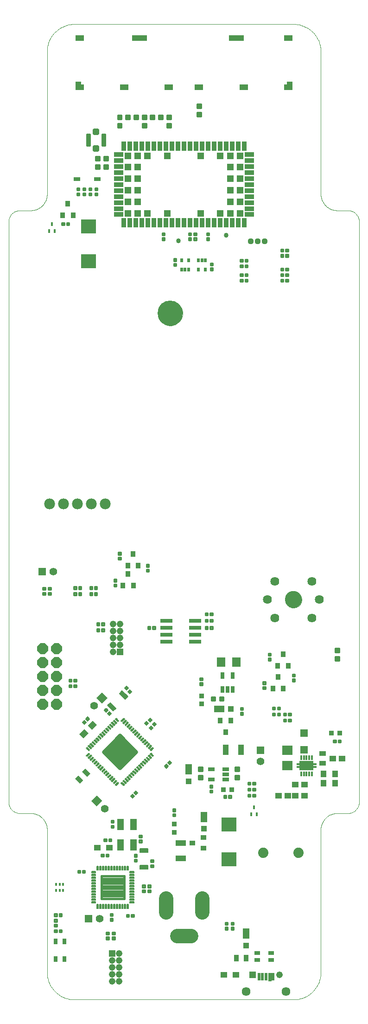
<source format=gts>
G75*
%MOIN*%
%OFA0B0*%
%FSLAX24Y24*%
%IPPOS*%
%LPD*%
%AMOC8*
5,1,8,0,0,1.08239X$1,22.5*
%
%ADD10C,0.0000*%
%ADD11C,0.1812*%
%ADD12C,0.0098*%
%ADD13R,0.0591X0.0670*%
%ADD14C,0.0145*%
%ADD15R,0.0490X0.0740*%
%ADD16R,0.0440X0.0440*%
%ADD17R,0.0740X0.0490*%
%ADD18R,0.0910X0.0280*%
%ADD19R,0.0355X0.0355*%
%ADD20R,0.0355X0.0394*%
%ADD21R,0.0257X0.0512*%
%ADD22R,0.0512X0.0257*%
%ADD23R,0.0476X0.0476*%
%ADD24C,0.0476*%
%ADD25C,0.1045*%
%ADD26R,0.0276X0.0434*%
%ADD27R,0.0158X0.0237*%
%ADD28C,0.0780*%
%ADD29OC8,0.0780*%
%ADD30C,0.0640*%
%ADD31C,0.1221*%
%ADD32R,0.1103X0.1044*%
%ADD33R,0.0512X0.0355*%
%ADD34R,0.0157X0.0375*%
%ADD35R,0.0985X0.0690*%
%ADD36R,0.0316X0.0150*%
%ADD37R,0.0473X0.0434*%
%ADD38R,0.0434X0.0473*%
%ADD39R,0.0749X0.0670*%
%ADD40R,0.0552X0.0552*%
%ADD41R,0.0560X0.0560*%
%ADD42C,0.0560*%
%ADD43R,0.0631X0.0434*%
%ADD44R,0.0434X0.0631*%
%ADD45R,0.1064X0.0394*%
%ADD46R,0.0197X0.0316*%
%ADD47R,0.0335X0.0650*%
%ADD48R,0.0650X0.0335*%
%ADD49R,0.0453X0.0453*%
%ADD50C,0.0440*%
%ADD51R,0.0178X0.0276*%
%ADD52R,0.0512X0.0316*%
%ADD53C,0.0340*%
%ADD54R,0.0512X0.0434*%
%ADD55R,0.0394X0.0316*%
%ADD56C,0.0634*%
%ADD57R,0.0197X0.0571*%
%ADD58C,0.0002*%
%ADD59R,0.0394X0.0355*%
%ADD60R,0.0355X0.0512*%
%ADD61R,0.0434X0.0749*%
%ADD62R,0.0749X0.0434*%
%ADD63C,0.0740*%
%ADD64R,0.0560X0.0560*%
%ADD65C,0.0063*%
%ADD66C,0.0181*%
%ADD67C,0.0068*%
%ADD68R,0.0473X0.0788*%
%ADD69C,0.0055*%
%ADD70C,0.0189*%
%ADD71C,0.0170*%
%ADD72C,0.0220*%
D10*
X012441Y018570D02*
X013229Y018570D01*
X013295Y018568D01*
X013361Y018563D01*
X013427Y018553D01*
X013492Y018540D01*
X013556Y018524D01*
X013619Y018504D01*
X013681Y018480D01*
X013741Y018453D01*
X013800Y018423D01*
X013857Y018389D01*
X013912Y018352D01*
X013965Y018312D01*
X014016Y018270D01*
X014064Y018224D01*
X014110Y018176D01*
X014152Y018125D01*
X014192Y018072D01*
X014229Y018017D01*
X014263Y017960D01*
X014293Y017901D01*
X014320Y017841D01*
X014344Y017779D01*
X014364Y017716D01*
X014380Y017652D01*
X014393Y017587D01*
X014403Y017521D01*
X014408Y017455D01*
X014410Y017389D01*
X014410Y007153D01*
X014409Y007153D02*
X014411Y007067D01*
X014416Y006981D01*
X014426Y006896D01*
X014439Y006811D01*
X014456Y006727D01*
X014476Y006643D01*
X014500Y006561D01*
X014528Y006480D01*
X014559Y006399D01*
X014593Y006321D01*
X014631Y006244D01*
X014673Y006169D01*
X014717Y006095D01*
X014765Y006024D01*
X014816Y005954D01*
X014870Y005887D01*
X014926Y005823D01*
X014986Y005761D01*
X015048Y005701D01*
X015112Y005645D01*
X015179Y005591D01*
X015249Y005540D01*
X015320Y005492D01*
X015393Y005448D01*
X015469Y005406D01*
X015546Y005368D01*
X015624Y005334D01*
X015705Y005303D01*
X015786Y005275D01*
X015868Y005251D01*
X015952Y005231D01*
X016036Y005214D01*
X016121Y005201D01*
X016206Y005191D01*
X016292Y005186D01*
X016378Y005184D01*
X016378Y005185D02*
X032126Y005185D01*
X032126Y005184D02*
X032212Y005186D01*
X032298Y005191D01*
X032383Y005201D01*
X032468Y005214D01*
X032552Y005231D01*
X032636Y005251D01*
X032718Y005275D01*
X032799Y005303D01*
X032880Y005334D01*
X032958Y005368D01*
X033035Y005406D01*
X033111Y005448D01*
X033184Y005492D01*
X033255Y005540D01*
X033325Y005591D01*
X033392Y005645D01*
X033456Y005701D01*
X033518Y005761D01*
X033578Y005823D01*
X033634Y005887D01*
X033688Y005954D01*
X033739Y006024D01*
X033787Y006095D01*
X033831Y006168D01*
X033873Y006244D01*
X033911Y006321D01*
X033945Y006399D01*
X033976Y006480D01*
X034004Y006561D01*
X034028Y006643D01*
X034048Y006727D01*
X034065Y006811D01*
X034078Y006896D01*
X034088Y006981D01*
X034093Y007067D01*
X034095Y007153D01*
X034095Y017389D01*
X034097Y017455D01*
X034102Y017521D01*
X034112Y017587D01*
X034125Y017652D01*
X034141Y017716D01*
X034161Y017779D01*
X034185Y017841D01*
X034212Y017901D01*
X034242Y017960D01*
X034276Y018017D01*
X034313Y018072D01*
X034353Y018125D01*
X034395Y018176D01*
X034441Y018224D01*
X034489Y018270D01*
X034540Y018312D01*
X034593Y018352D01*
X034648Y018389D01*
X034705Y018423D01*
X034764Y018453D01*
X034824Y018480D01*
X034886Y018504D01*
X034949Y018524D01*
X035013Y018540D01*
X035078Y018553D01*
X035144Y018563D01*
X035210Y018568D01*
X035276Y018570D01*
X036063Y018570D01*
X036063Y018571D02*
X036117Y018573D01*
X036170Y018578D01*
X036223Y018587D01*
X036275Y018600D01*
X036327Y018616D01*
X036377Y018636D01*
X036425Y018659D01*
X036472Y018686D01*
X036517Y018715D01*
X036560Y018748D01*
X036600Y018783D01*
X036638Y018821D01*
X036673Y018861D01*
X036706Y018904D01*
X036735Y018949D01*
X036762Y018996D01*
X036785Y019044D01*
X036805Y019094D01*
X036821Y019146D01*
X036834Y019198D01*
X036843Y019251D01*
X036848Y019304D01*
X036850Y019358D01*
X036851Y019358D02*
X036851Y061090D01*
X036850Y061090D02*
X036848Y061144D01*
X036843Y061197D01*
X036834Y061250D01*
X036821Y061302D01*
X036805Y061354D01*
X036785Y061404D01*
X036762Y061452D01*
X036735Y061499D01*
X036706Y061544D01*
X036673Y061587D01*
X036638Y061627D01*
X036600Y061665D01*
X036560Y061700D01*
X036517Y061733D01*
X036472Y061762D01*
X036425Y061789D01*
X036377Y061812D01*
X036327Y061832D01*
X036275Y061848D01*
X036223Y061861D01*
X036170Y061870D01*
X036117Y061875D01*
X036063Y061877D01*
X036063Y061878D02*
X035276Y061878D01*
X035210Y061880D01*
X035144Y061885D01*
X035078Y061895D01*
X035013Y061908D01*
X034949Y061924D01*
X034886Y061944D01*
X034824Y061968D01*
X034764Y061995D01*
X034705Y062025D01*
X034648Y062059D01*
X034593Y062096D01*
X034540Y062136D01*
X034489Y062178D01*
X034441Y062224D01*
X034395Y062272D01*
X034353Y062323D01*
X034313Y062376D01*
X034276Y062431D01*
X034242Y062488D01*
X034212Y062547D01*
X034185Y062607D01*
X034161Y062669D01*
X034141Y062732D01*
X034125Y062796D01*
X034112Y062861D01*
X034102Y062927D01*
X034097Y062993D01*
X034095Y063059D01*
X034095Y073295D01*
X034093Y073381D01*
X034088Y073467D01*
X034078Y073552D01*
X034065Y073637D01*
X034048Y073721D01*
X034028Y073805D01*
X034004Y073887D01*
X033976Y073968D01*
X033945Y074049D01*
X033911Y074127D01*
X033873Y074204D01*
X033831Y074280D01*
X033787Y074353D01*
X033739Y074424D01*
X033688Y074494D01*
X033634Y074561D01*
X033578Y074625D01*
X033518Y074687D01*
X033456Y074747D01*
X033392Y074803D01*
X033325Y074857D01*
X033255Y074908D01*
X033184Y074956D01*
X033111Y075000D01*
X033035Y075042D01*
X032958Y075080D01*
X032880Y075114D01*
X032799Y075145D01*
X032718Y075173D01*
X032636Y075197D01*
X032552Y075217D01*
X032468Y075234D01*
X032383Y075247D01*
X032298Y075257D01*
X032212Y075262D01*
X032126Y075264D01*
X032126Y075263D02*
X016378Y075263D01*
X016378Y075264D02*
X016292Y075262D01*
X016206Y075257D01*
X016121Y075247D01*
X016036Y075234D01*
X015952Y075217D01*
X015868Y075197D01*
X015786Y075173D01*
X015705Y075145D01*
X015624Y075114D01*
X015546Y075080D01*
X015469Y075042D01*
X015394Y075000D01*
X015320Y074956D01*
X015249Y074908D01*
X015179Y074857D01*
X015112Y074803D01*
X015048Y074747D01*
X014986Y074687D01*
X014926Y074625D01*
X014870Y074561D01*
X014816Y074494D01*
X014765Y074424D01*
X014717Y074353D01*
X014673Y074280D01*
X014631Y074204D01*
X014593Y074127D01*
X014559Y074049D01*
X014528Y073968D01*
X014500Y073887D01*
X014476Y073805D01*
X014456Y073721D01*
X014439Y073637D01*
X014426Y073552D01*
X014416Y073467D01*
X014411Y073381D01*
X014409Y073295D01*
X014410Y073295D02*
X014410Y063059D01*
X014408Y062993D01*
X014403Y062927D01*
X014393Y062861D01*
X014380Y062796D01*
X014364Y062732D01*
X014344Y062669D01*
X014320Y062607D01*
X014293Y062547D01*
X014263Y062488D01*
X014229Y062431D01*
X014192Y062376D01*
X014152Y062323D01*
X014110Y062272D01*
X014064Y062224D01*
X014016Y062178D01*
X013965Y062136D01*
X013912Y062096D01*
X013857Y062059D01*
X013800Y062025D01*
X013741Y061995D01*
X013681Y061968D01*
X013619Y061944D01*
X013556Y061924D01*
X013492Y061908D01*
X013427Y061895D01*
X013361Y061885D01*
X013295Y061880D01*
X013229Y061878D01*
X012441Y061878D01*
X012441Y061877D02*
X012387Y061875D01*
X012334Y061870D01*
X012281Y061861D01*
X012229Y061848D01*
X012177Y061832D01*
X012127Y061812D01*
X012079Y061789D01*
X012032Y061762D01*
X011987Y061733D01*
X011944Y061700D01*
X011904Y061665D01*
X011866Y061627D01*
X011831Y061587D01*
X011798Y061544D01*
X011769Y061499D01*
X011742Y061452D01*
X011719Y061404D01*
X011699Y061354D01*
X011683Y061302D01*
X011670Y061250D01*
X011661Y061197D01*
X011656Y061144D01*
X011654Y061090D01*
X011654Y019358D01*
X011656Y019304D01*
X011661Y019251D01*
X011670Y019198D01*
X011683Y019146D01*
X011699Y019094D01*
X011719Y019044D01*
X011742Y018996D01*
X011769Y018949D01*
X011798Y018904D01*
X011831Y018861D01*
X011866Y018821D01*
X011904Y018783D01*
X011944Y018748D01*
X011987Y018715D01*
X012032Y018686D01*
X012079Y018659D01*
X012127Y018636D01*
X012177Y018616D01*
X012229Y018600D01*
X012281Y018587D01*
X012334Y018578D01*
X012387Y018573D01*
X012441Y018571D01*
X031535Y033925D02*
X031537Y033973D01*
X031543Y034021D01*
X031553Y034068D01*
X031566Y034114D01*
X031584Y034159D01*
X031604Y034203D01*
X031629Y034245D01*
X031657Y034284D01*
X031687Y034321D01*
X031721Y034355D01*
X031758Y034387D01*
X031796Y034416D01*
X031837Y034441D01*
X031880Y034463D01*
X031925Y034481D01*
X031971Y034495D01*
X032018Y034506D01*
X032066Y034513D01*
X032114Y034516D01*
X032162Y034515D01*
X032210Y034510D01*
X032258Y034501D01*
X032304Y034489D01*
X032349Y034472D01*
X032393Y034452D01*
X032435Y034429D01*
X032475Y034402D01*
X032513Y034372D01*
X032548Y034339D01*
X032580Y034303D01*
X032610Y034265D01*
X032636Y034224D01*
X032658Y034181D01*
X032678Y034137D01*
X032693Y034092D01*
X032705Y034045D01*
X032713Y033997D01*
X032717Y033949D01*
X032717Y033901D01*
X032713Y033853D01*
X032705Y033805D01*
X032693Y033758D01*
X032678Y033713D01*
X032658Y033669D01*
X032636Y033626D01*
X032610Y033585D01*
X032580Y033547D01*
X032548Y033511D01*
X032513Y033478D01*
X032475Y033448D01*
X032435Y033421D01*
X032393Y033398D01*
X032349Y033378D01*
X032304Y033361D01*
X032258Y033349D01*
X032210Y033340D01*
X032162Y033335D01*
X032114Y033334D01*
X032066Y033337D01*
X032018Y033344D01*
X031971Y033355D01*
X031925Y033369D01*
X031880Y033387D01*
X031837Y033409D01*
X031796Y033434D01*
X031758Y033463D01*
X031721Y033495D01*
X031687Y033529D01*
X031657Y033566D01*
X031629Y033605D01*
X031604Y033647D01*
X031584Y033691D01*
X031566Y033736D01*
X031553Y033782D01*
X031543Y033829D01*
X031537Y033877D01*
X031535Y033925D01*
X022382Y054496D02*
X022384Y054555D01*
X022390Y054614D01*
X022400Y054672D01*
X022413Y054730D01*
X022431Y054787D01*
X022452Y054842D01*
X022477Y054896D01*
X022506Y054948D01*
X022538Y054997D01*
X022573Y055045D01*
X022611Y055090D01*
X022652Y055133D01*
X022696Y055173D01*
X022742Y055209D01*
X022791Y055243D01*
X022842Y055273D01*
X022895Y055300D01*
X022950Y055323D01*
X023005Y055342D01*
X023063Y055358D01*
X023121Y055370D01*
X023179Y055378D01*
X023238Y055382D01*
X023298Y055382D01*
X023357Y055378D01*
X023415Y055370D01*
X023473Y055358D01*
X023531Y055342D01*
X023586Y055323D01*
X023641Y055300D01*
X023694Y055273D01*
X023745Y055243D01*
X023794Y055209D01*
X023840Y055173D01*
X023884Y055133D01*
X023925Y055090D01*
X023963Y055045D01*
X023998Y054997D01*
X024030Y054948D01*
X024059Y054896D01*
X024084Y054842D01*
X024105Y054787D01*
X024123Y054730D01*
X024136Y054672D01*
X024146Y054614D01*
X024152Y054555D01*
X024154Y054496D01*
X024152Y054437D01*
X024146Y054378D01*
X024136Y054320D01*
X024123Y054262D01*
X024105Y054205D01*
X024084Y054150D01*
X024059Y054096D01*
X024030Y054044D01*
X023998Y053995D01*
X023963Y053947D01*
X023925Y053902D01*
X023884Y053859D01*
X023840Y053819D01*
X023794Y053783D01*
X023745Y053749D01*
X023694Y053719D01*
X023641Y053692D01*
X023586Y053669D01*
X023531Y053650D01*
X023473Y053634D01*
X023415Y053622D01*
X023357Y053614D01*
X023298Y053610D01*
X023238Y053610D01*
X023179Y053614D01*
X023121Y053622D01*
X023063Y053634D01*
X023005Y053650D01*
X022950Y053669D01*
X022895Y053692D01*
X022842Y053719D01*
X022791Y053749D01*
X022742Y053783D01*
X022696Y053819D01*
X022652Y053859D01*
X022611Y053902D01*
X022573Y053947D01*
X022538Y053995D01*
X022506Y054044D01*
X022477Y054096D01*
X022452Y054150D01*
X022431Y054205D01*
X022413Y054262D01*
X022400Y054320D01*
X022390Y054378D01*
X022384Y054437D01*
X022382Y054496D01*
D11*
X023268Y054496D03*
D12*
X018793Y065173D02*
X018501Y065173D01*
X018793Y065173D02*
X018793Y064881D01*
X018501Y064881D01*
X018501Y065173D01*
X018501Y064978D02*
X018793Y064978D01*
X018793Y065075D02*
X018501Y065075D01*
X018501Y065172D02*
X018793Y065172D01*
X018793Y065472D02*
X018501Y065472D01*
X018501Y065764D01*
X018793Y065764D01*
X018793Y065472D01*
X018793Y065569D02*
X018501Y065569D01*
X018501Y065666D02*
X018793Y065666D01*
X018793Y065763D02*
X018501Y065763D01*
X018193Y065472D02*
X017901Y065472D01*
X017901Y065764D01*
X018193Y065764D01*
X018193Y065472D01*
X018193Y065569D02*
X017901Y065569D01*
X017901Y065666D02*
X018193Y065666D01*
X018193Y065763D02*
X017901Y065763D01*
X017901Y065173D02*
X018193Y065173D01*
X018193Y064881D01*
X017901Y064881D01*
X017901Y065173D01*
X017901Y064978D02*
X018193Y064978D01*
X018193Y065075D02*
X017901Y065075D01*
X017901Y065172D02*
X018193Y065172D01*
X019480Y067829D02*
X019480Y068121D01*
X019772Y068121D01*
X019772Y067829D01*
X019480Y067829D01*
X019480Y067926D02*
X019772Y067926D01*
X019772Y068023D02*
X019480Y068023D01*
X019480Y068120D02*
X019772Y068120D01*
X019480Y068429D02*
X019480Y068721D01*
X019772Y068721D01*
X019772Y068429D01*
X019480Y068429D01*
X019480Y068526D02*
X019772Y068526D01*
X019772Y068623D02*
X019480Y068623D01*
X019480Y068720D02*
X019772Y068720D01*
X020066Y068424D02*
X020358Y068424D01*
X020066Y068424D02*
X020066Y068716D01*
X020358Y068716D01*
X020358Y068424D01*
X020358Y068521D02*
X020066Y068521D01*
X020066Y068618D02*
X020358Y068618D01*
X020358Y068715D02*
X020066Y068715D01*
X020666Y068424D02*
X020958Y068424D01*
X020666Y068424D02*
X020666Y068716D01*
X020958Y068716D01*
X020958Y068424D01*
X020958Y068521D02*
X020666Y068521D01*
X020666Y068618D02*
X020958Y068618D01*
X020958Y068715D02*
X020666Y068715D01*
X021252Y068721D02*
X021252Y068429D01*
X021252Y068721D02*
X021544Y068721D01*
X021544Y068429D01*
X021252Y068429D01*
X021252Y068526D02*
X021544Y068526D01*
X021544Y068623D02*
X021252Y068623D01*
X021252Y068720D02*
X021544Y068720D01*
X021838Y068424D02*
X022130Y068424D01*
X021838Y068424D02*
X021838Y068716D01*
X022130Y068716D01*
X022130Y068424D01*
X022130Y068521D02*
X021838Y068521D01*
X021838Y068618D02*
X022130Y068618D01*
X022130Y068715D02*
X021838Y068715D01*
X022438Y068424D02*
X022730Y068424D01*
X022438Y068424D02*
X022438Y068716D01*
X022730Y068716D01*
X022730Y068424D01*
X022730Y068521D02*
X022438Y068521D01*
X022438Y068618D02*
X022730Y068618D01*
X022730Y068715D02*
X022438Y068715D01*
X023024Y068721D02*
X023024Y068429D01*
X023024Y068721D02*
X023316Y068721D01*
X023316Y068429D01*
X023024Y068429D01*
X023024Y068526D02*
X023316Y068526D01*
X023316Y068623D02*
X023024Y068623D01*
X023024Y068720D02*
X023316Y068720D01*
X023024Y068121D02*
X023024Y067829D01*
X023024Y068121D02*
X023316Y068121D01*
X023316Y067829D01*
X023024Y067829D01*
X023024Y067926D02*
X023316Y067926D01*
X023316Y068023D02*
X023024Y068023D01*
X023024Y068120D02*
X023316Y068120D01*
X021252Y068121D02*
X021252Y067829D01*
X021252Y068121D02*
X021544Y068121D01*
X021544Y067829D01*
X021252Y067829D01*
X021252Y067926D02*
X021544Y067926D01*
X021544Y068023D02*
X021252Y068023D01*
X021252Y068120D02*
X021544Y068120D01*
X025481Y068636D02*
X025481Y068928D01*
X025481Y068636D02*
X025189Y068636D01*
X025189Y068928D01*
X025481Y068928D01*
X025481Y068733D02*
X025189Y068733D01*
X025189Y068830D02*
X025481Y068830D01*
X025481Y068927D02*
X025189Y068927D01*
X025481Y069236D02*
X025481Y069528D01*
X025481Y069236D02*
X025189Y069236D01*
X025189Y069528D01*
X025481Y069528D01*
X025481Y069333D02*
X025189Y069333D01*
X025189Y069430D02*
X025481Y069430D01*
X025481Y069527D02*
X025189Y069527D01*
X035422Y030434D02*
X035422Y030142D01*
X035130Y030142D01*
X035130Y030434D01*
X035422Y030434D01*
X035422Y030239D02*
X035130Y030239D01*
X035130Y030336D02*
X035422Y030336D01*
X035422Y030433D02*
X035130Y030433D01*
X035422Y029834D02*
X035422Y029542D01*
X035130Y029542D01*
X035130Y029834D01*
X035422Y029834D01*
X035422Y029639D02*
X035130Y029639D01*
X035130Y029736D02*
X035422Y029736D01*
X035422Y029833D02*
X035130Y029833D01*
X027925Y021890D02*
X027925Y021598D01*
X027925Y021890D02*
X028217Y021890D01*
X028217Y021598D01*
X027925Y021598D01*
X027925Y021695D02*
X028217Y021695D01*
X028217Y021792D02*
X027925Y021792D01*
X027925Y021889D02*
X028217Y021889D01*
X027925Y021290D02*
X027925Y020998D01*
X027925Y021290D02*
X028217Y021290D01*
X028217Y020998D01*
X027925Y020998D01*
X027925Y021095D02*
X028217Y021095D01*
X028217Y021192D02*
X027925Y021192D01*
X027925Y021289D02*
X028217Y021289D01*
X025287Y021290D02*
X025287Y020998D01*
X025287Y021290D02*
X025579Y021290D01*
X025579Y020998D01*
X025287Y020998D01*
X025287Y021095D02*
X025579Y021095D01*
X025579Y021192D02*
X025287Y021192D01*
X025287Y021289D02*
X025579Y021289D01*
X025287Y021598D02*
X025287Y021890D01*
X025579Y021890D01*
X025579Y021598D01*
X025287Y021598D01*
X025287Y021695D02*
X025579Y021695D01*
X025579Y021792D02*
X025287Y021792D01*
X025287Y021889D02*
X025579Y021889D01*
X026208Y026653D02*
X026500Y026653D01*
X026208Y026653D02*
X026208Y026945D01*
X026500Y026945D01*
X026500Y026653D01*
X026500Y026750D02*
X026208Y026750D01*
X026208Y026847D02*
X026500Y026847D01*
X026500Y026944D02*
X026208Y026944D01*
X026808Y026653D02*
X027100Y026653D01*
X026808Y026653D02*
X026808Y026945D01*
X027100Y026945D01*
X027100Y026653D01*
X027100Y026750D02*
X026808Y026750D01*
X026808Y026847D02*
X027100Y026847D01*
X027100Y026944D02*
X026808Y026944D01*
D13*
X026929Y029437D03*
X028032Y029437D03*
D14*
X026311Y031805D02*
X026165Y031805D01*
X026165Y031951D01*
X026311Y031951D01*
X026311Y031805D01*
X026311Y031949D02*
X026165Y031949D01*
X025961Y031805D02*
X025815Y031805D01*
X025815Y031951D01*
X025961Y031951D01*
X025961Y031805D01*
X025961Y031949D02*
X025815Y031949D01*
X025815Y032316D02*
X025961Y032316D01*
X025815Y032316D02*
X025815Y032462D01*
X025961Y032462D01*
X025961Y032316D01*
X025961Y032460D02*
X025815Y032460D01*
X025815Y032789D02*
X025961Y032789D01*
X025815Y032789D02*
X025815Y032935D01*
X025961Y032935D01*
X025961Y032789D01*
X025961Y032933D02*
X025815Y032933D01*
X026165Y032789D02*
X026311Y032789D01*
X026165Y032789D02*
X026165Y032935D01*
X026311Y032935D01*
X026311Y032789D01*
X026311Y032933D02*
X026165Y032933D01*
X026165Y032316D02*
X026311Y032316D01*
X026165Y032316D02*
X026165Y032462D01*
X026311Y032462D01*
X026311Y032316D01*
X026311Y032460D02*
X026165Y032460D01*
X025439Y028267D02*
X025439Y028121D01*
X025439Y028267D02*
X025585Y028267D01*
X025585Y028121D01*
X025439Y028121D01*
X025439Y028265D02*
X025585Y028265D01*
X025439Y027917D02*
X025439Y027771D01*
X025439Y027917D02*
X025585Y027917D01*
X025585Y027771D01*
X025439Y027771D01*
X025439Y027915D02*
X025585Y027915D01*
X028498Y026141D02*
X028498Y025995D01*
X028352Y025995D01*
X028352Y026141D01*
X028498Y026141D01*
X028498Y026139D02*
X028352Y026139D01*
X028498Y025791D02*
X028498Y025645D01*
X028352Y025645D01*
X028352Y025791D01*
X028498Y025791D01*
X028498Y025789D02*
X028352Y025789D01*
X029967Y027496D02*
X029967Y027642D01*
X030113Y027642D01*
X030113Y027496D01*
X029967Y027496D01*
X029967Y027640D02*
X030113Y027640D01*
X029967Y027846D02*
X029967Y027992D01*
X030113Y027992D01*
X030113Y027846D01*
X029967Y027846D01*
X029967Y027990D02*
X030113Y027990D01*
X030360Y029543D02*
X030360Y029689D01*
X030506Y029689D01*
X030506Y029543D01*
X030360Y029543D01*
X030360Y029687D02*
X030506Y029687D01*
X030360Y029893D02*
X030360Y030039D01*
X030506Y030039D01*
X030506Y029893D01*
X030360Y029893D01*
X030360Y030037D02*
X030506Y030037D01*
X032239Y028543D02*
X032239Y028397D01*
X032093Y028397D01*
X032093Y028543D01*
X032239Y028543D01*
X032239Y028541D02*
X032093Y028541D01*
X032239Y028193D02*
X032239Y028047D01*
X032093Y028047D01*
X032093Y028193D01*
X032239Y028193D01*
X032239Y028191D02*
X032093Y028191D01*
X031154Y026017D02*
X031008Y026017D01*
X031008Y026163D01*
X031154Y026163D01*
X031154Y026017D01*
X031154Y026161D02*
X031008Y026161D01*
X030804Y026017D02*
X030658Y026017D01*
X030658Y026163D01*
X030804Y026163D01*
X030804Y026017D01*
X030804Y026161D02*
X030658Y026161D01*
X030658Y025730D02*
X030804Y025730D01*
X030804Y025584D01*
X030658Y025584D01*
X030658Y025730D01*
X030658Y025728D02*
X030804Y025728D01*
X031008Y025730D02*
X031154Y025730D01*
X031154Y025584D01*
X031008Y025584D01*
X031008Y025730D01*
X031008Y025728D02*
X031154Y025728D01*
X031445Y025730D02*
X031591Y025730D01*
X031591Y025584D01*
X031445Y025584D01*
X031445Y025730D01*
X031445Y025728D02*
X031591Y025728D01*
X031795Y025730D02*
X031941Y025730D01*
X031941Y025584D01*
X031795Y025584D01*
X031795Y025730D01*
X031795Y025728D02*
X031941Y025728D01*
X031941Y025151D02*
X031795Y025151D01*
X031795Y025297D01*
X031941Y025297D01*
X031941Y025151D01*
X031941Y025295D02*
X031795Y025295D01*
X031591Y025151D02*
X031445Y025151D01*
X031445Y025297D01*
X031591Y025297D01*
X031591Y025151D01*
X031591Y025295D02*
X031445Y025295D01*
X029382Y020623D02*
X029236Y020623D01*
X029236Y020769D01*
X029382Y020769D01*
X029382Y020623D01*
X029382Y020767D02*
X029236Y020767D01*
X029032Y020623D02*
X028886Y020623D01*
X028886Y020769D01*
X029032Y020769D01*
X029032Y020623D01*
X029032Y020767D02*
X028886Y020767D01*
X028886Y020336D02*
X029032Y020336D01*
X029032Y020190D01*
X028886Y020190D01*
X028886Y020336D01*
X028886Y020334D02*
X029032Y020334D01*
X029236Y020336D02*
X029382Y020336D01*
X029382Y020190D01*
X029236Y020190D01*
X029236Y020336D01*
X029236Y020334D02*
X029382Y020334D01*
X029382Y019757D02*
X029236Y019757D01*
X029236Y019903D01*
X029382Y019903D01*
X029382Y019757D01*
X029382Y019901D02*
X029236Y019901D01*
X029032Y019757D02*
X028886Y019757D01*
X028886Y019903D01*
X029032Y019903D01*
X029032Y019757D01*
X029032Y019901D02*
X028886Y019901D01*
X027650Y019825D02*
X027504Y019825D01*
X027650Y019825D02*
X027650Y019679D01*
X027504Y019679D01*
X027504Y019825D01*
X027504Y019823D02*
X027650Y019823D01*
X027300Y019825D02*
X027154Y019825D01*
X027300Y019825D02*
X027300Y019679D01*
X027154Y019679D01*
X027154Y019825D01*
X027154Y019823D02*
X027300Y019823D01*
X026148Y020055D02*
X026148Y020201D01*
X026294Y020201D01*
X026294Y020055D01*
X026148Y020055D01*
X026148Y020199D02*
X026294Y020199D01*
X026148Y020405D02*
X026148Y020551D01*
X026294Y020551D01*
X026294Y020405D01*
X026148Y020405D01*
X026148Y020549D02*
X026294Y020549D01*
X023490Y018858D02*
X023490Y018712D01*
X023490Y018858D02*
X023636Y018858D01*
X023636Y018712D01*
X023490Y018712D01*
X023490Y018856D02*
X023636Y018856D01*
X023490Y018508D02*
X023490Y018362D01*
X023490Y018508D02*
X023636Y018508D01*
X023636Y018362D01*
X023490Y018362D01*
X023490Y018506D02*
X023636Y018506D01*
X021215Y016968D02*
X021215Y016822D01*
X021069Y016822D01*
X021069Y016968D01*
X021215Y016968D01*
X021215Y016966D02*
X021069Y016966D01*
X021215Y016618D02*
X021215Y016472D01*
X021069Y016472D01*
X021069Y016618D01*
X021215Y016618D01*
X021215Y016616D02*
X021069Y016616D01*
X020715Y015590D02*
X020715Y015444D01*
X020715Y015590D02*
X020861Y015590D01*
X020861Y015444D01*
X020715Y015444D01*
X020715Y015588D02*
X020861Y015588D01*
X020715Y015240D02*
X020715Y015094D01*
X020715Y015240D02*
X020861Y015240D01*
X020861Y015094D01*
X020715Y015094D01*
X020715Y015238D02*
X020861Y015238D01*
X021896Y015196D02*
X021896Y015050D01*
X021896Y015196D02*
X022042Y015196D01*
X022042Y015050D01*
X021896Y015050D01*
X021896Y015194D02*
X022042Y015194D01*
X021896Y014846D02*
X021896Y014700D01*
X021896Y014846D02*
X022042Y014846D01*
X022042Y014700D01*
X021896Y014700D01*
X021896Y014844D02*
X022042Y014844D01*
X021845Y013385D02*
X021845Y013239D01*
X021699Y013239D01*
X021699Y013385D01*
X021845Y013385D01*
X021845Y013383D02*
X021699Y013383D01*
X021305Y013385D02*
X021305Y013239D01*
X021305Y013385D02*
X021451Y013385D01*
X021451Y013239D01*
X021305Y013239D01*
X021305Y013383D02*
X021451Y013383D01*
X021305Y013035D02*
X021305Y012889D01*
X021305Y013035D02*
X021451Y013035D01*
X021451Y012889D01*
X021305Y012889D01*
X021305Y013033D02*
X021451Y013033D01*
X021845Y013035D02*
X021845Y012889D01*
X021699Y012889D01*
X021699Y013035D01*
X021845Y013035D01*
X021845Y013033D02*
X021699Y013033D01*
X020642Y011281D02*
X020496Y011281D01*
X020642Y011281D02*
X020642Y011135D01*
X020496Y011135D01*
X020496Y011281D01*
X020496Y011279D02*
X020642Y011279D01*
X020292Y011281D02*
X020146Y011281D01*
X020292Y011281D02*
X020292Y011135D01*
X020146Y011135D01*
X020146Y011281D01*
X020146Y011279D02*
X020292Y011279D01*
X018982Y011338D02*
X018982Y011192D01*
X018982Y011338D02*
X019128Y011338D01*
X019128Y011192D01*
X018982Y011192D01*
X018982Y011336D02*
X019128Y011336D01*
X018982Y010988D02*
X018982Y010842D01*
X018982Y010988D02*
X019128Y010988D01*
X019128Y010842D01*
X018982Y010842D01*
X018982Y010986D02*
X019128Y010986D01*
X019140Y010000D02*
X019140Y009854D01*
X019140Y010000D02*
X019286Y010000D01*
X019286Y009854D01*
X019140Y009854D01*
X019140Y009998D02*
X019286Y009998D01*
X019140Y009650D02*
X019140Y009504D01*
X019140Y009650D02*
X019286Y009650D01*
X019286Y009504D01*
X019140Y009504D01*
X019140Y009648D02*
X019286Y009648D01*
X018853Y009650D02*
X018853Y009504D01*
X018707Y009504D01*
X018707Y009650D01*
X018853Y009650D01*
X018853Y009648D02*
X018707Y009648D01*
X018853Y009854D02*
X018853Y010000D01*
X018853Y009854D02*
X018707Y009854D01*
X018707Y010000D01*
X018853Y010000D01*
X018853Y009998D02*
X018707Y009998D01*
X017138Y014285D02*
X016992Y014285D01*
X016992Y014431D01*
X017138Y014431D01*
X017138Y014285D01*
X017138Y014429D02*
X016992Y014429D01*
X016788Y014285D02*
X016642Y014285D01*
X016642Y014431D01*
X016788Y014431D01*
X016788Y014285D01*
X016788Y014429D02*
X016642Y014429D01*
X018335Y015612D02*
X018481Y015612D01*
X018481Y015466D01*
X018335Y015466D01*
X018335Y015612D01*
X018335Y015610D02*
X018481Y015610D01*
X018685Y015612D02*
X018831Y015612D01*
X018831Y015466D01*
X018685Y015466D01*
X018685Y015612D01*
X018685Y015610D02*
X018831Y015610D01*
X018882Y016714D02*
X019028Y016714D01*
X019028Y016568D01*
X018882Y016568D01*
X018882Y016714D01*
X018882Y016712D02*
X019028Y016712D01*
X018678Y016714D02*
X018532Y016714D01*
X018678Y016714D02*
X018678Y016568D01*
X018532Y016568D01*
X018532Y016714D01*
X018532Y016712D02*
X018678Y016712D01*
X019207Y017535D02*
X019207Y017681D01*
X019207Y017535D02*
X019061Y017535D01*
X019061Y017681D01*
X019207Y017681D01*
X019207Y017679D02*
X019061Y017679D01*
X019207Y017885D02*
X019207Y018031D01*
X019207Y017885D02*
X019061Y017885D01*
X019061Y018031D01*
X019207Y018031D01*
X019207Y018029D02*
X019061Y018029D01*
X020546Y019682D02*
X020649Y019785D01*
X020546Y019682D02*
X020443Y019785D01*
X020546Y019888D01*
X020649Y019785D01*
X020608Y019826D02*
X020484Y019826D01*
X020793Y019930D02*
X020896Y020033D01*
X020793Y019930D02*
X020690Y020033D01*
X020793Y020136D01*
X020896Y020033D01*
X020855Y020074D02*
X020731Y020074D01*
X022884Y021951D02*
X022987Y022054D01*
X023090Y021951D01*
X022987Y021848D01*
X022884Y021951D01*
X022925Y021992D02*
X023049Y021992D01*
X023131Y022198D02*
X023234Y022301D01*
X023337Y022198D01*
X023234Y022095D01*
X023131Y022198D01*
X023172Y022239D02*
X023296Y022239D01*
X021781Y024707D02*
X021884Y024810D01*
X021987Y024707D01*
X021884Y024604D01*
X021781Y024707D01*
X021822Y024748D02*
X021946Y024748D01*
X022029Y024954D02*
X022132Y025057D01*
X022235Y024954D01*
X022132Y024851D01*
X022029Y024954D01*
X022070Y024995D02*
X022194Y024995D01*
X021817Y025372D02*
X021714Y025269D01*
X021817Y025372D02*
X021920Y025269D01*
X021817Y025166D01*
X021714Y025269D01*
X021755Y025310D02*
X021879Y025310D01*
X021569Y025125D02*
X021466Y025022D01*
X021569Y025125D02*
X021672Y025022D01*
X021569Y024919D01*
X021466Y025022D01*
X021507Y025063D02*
X021631Y025063D01*
X020360Y027202D02*
X020257Y027305D01*
X020360Y027408D01*
X020463Y027305D01*
X020360Y027202D01*
X020422Y027346D02*
X020298Y027346D01*
X020113Y027449D02*
X020010Y027552D01*
X020113Y027655D01*
X020216Y027552D01*
X020113Y027449D01*
X020175Y027593D02*
X020051Y027593D01*
X018656Y026081D02*
X018759Y025978D01*
X018656Y025875D01*
X018553Y025978D01*
X018656Y026081D01*
X018718Y026019D02*
X018594Y026019D01*
X018904Y025833D02*
X019007Y025730D01*
X018904Y025627D01*
X018801Y025730D01*
X018904Y025833D01*
X018966Y025771D02*
X018842Y025771D01*
X017329Y025451D02*
X017226Y025348D01*
X017329Y025451D02*
X017432Y025348D01*
X017329Y025245D01*
X017226Y025348D01*
X017267Y025389D02*
X017391Y025389D01*
X017081Y025203D02*
X016978Y025100D01*
X017081Y025203D02*
X017184Y025100D01*
X017081Y024997D01*
X016978Y025100D01*
X017019Y025141D02*
X017143Y025141D01*
X016508Y027631D02*
X016362Y027631D01*
X016362Y027777D01*
X016508Y027777D01*
X016508Y027631D01*
X016508Y027775D02*
X016362Y027775D01*
X016158Y027631D02*
X016012Y027631D01*
X016012Y027777D01*
X016158Y027777D01*
X016158Y027631D01*
X016158Y027775D02*
X016012Y027775D01*
X016012Y028025D02*
X016158Y028025D01*
X016012Y028025D02*
X016012Y028171D01*
X016158Y028171D01*
X016158Y028025D01*
X016158Y028169D02*
X016012Y028169D01*
X016362Y028025D02*
X016508Y028025D01*
X016362Y028025D02*
X016362Y028171D01*
X016508Y028171D01*
X016508Y028025D01*
X016508Y028169D02*
X016362Y028169D01*
X018020Y031793D02*
X018166Y031793D01*
X018166Y031647D01*
X018020Y031647D01*
X018020Y031793D01*
X018020Y031791D02*
X018166Y031791D01*
X018370Y031793D02*
X018516Y031793D01*
X018516Y031647D01*
X018370Y031647D01*
X018370Y031793D01*
X018370Y031791D02*
X018516Y031791D01*
X018516Y032080D02*
X018370Y032080D01*
X018370Y032226D01*
X018516Y032226D01*
X018516Y032080D01*
X018516Y032224D02*
X018370Y032224D01*
X018166Y032080D02*
X018020Y032080D01*
X018020Y032226D01*
X018166Y032226D01*
X018166Y032080D01*
X018166Y032224D02*
X018020Y032224D01*
X018004Y034246D02*
X017858Y034246D01*
X017858Y034392D01*
X018004Y034392D01*
X018004Y034246D01*
X018004Y034390D02*
X017858Y034390D01*
X017654Y034246D02*
X017508Y034246D01*
X017508Y034392D01*
X017654Y034392D01*
X017654Y034246D01*
X017654Y034390D02*
X017508Y034390D01*
X017508Y034825D02*
X017654Y034825D01*
X017654Y034679D01*
X017508Y034679D01*
X017508Y034825D01*
X017508Y034823D02*
X017654Y034823D01*
X017858Y034825D02*
X018004Y034825D01*
X018004Y034679D01*
X017858Y034679D01*
X017858Y034825D01*
X017858Y034823D02*
X018004Y034823D01*
X016862Y034679D02*
X016716Y034679D01*
X016716Y034825D01*
X016862Y034825D01*
X016862Y034679D01*
X016862Y034823D02*
X016716Y034823D01*
X016512Y034679D02*
X016366Y034679D01*
X016366Y034825D01*
X016512Y034825D01*
X016512Y034679D01*
X016512Y034823D02*
X016366Y034823D01*
X016366Y034392D02*
X016512Y034392D01*
X016512Y034246D01*
X016366Y034246D01*
X016366Y034392D01*
X016366Y034390D02*
X016512Y034390D01*
X016716Y034392D02*
X016862Y034392D01*
X016862Y034246D01*
X016716Y034246D01*
X016716Y034392D01*
X016716Y034390D02*
X016862Y034390D01*
X014680Y034413D02*
X014680Y034267D01*
X014534Y034267D01*
X014534Y034413D01*
X014680Y034413D01*
X014680Y034411D02*
X014534Y034411D01*
X014680Y034617D02*
X014680Y034763D01*
X014680Y034617D02*
X014534Y034617D01*
X014534Y034763D01*
X014680Y034763D01*
X014680Y034761D02*
X014534Y034761D01*
X014286Y034763D02*
X014286Y034617D01*
X014140Y034617D01*
X014140Y034763D01*
X014286Y034763D01*
X014286Y034761D02*
X014140Y034761D01*
X014286Y034413D02*
X014286Y034267D01*
X014140Y034267D01*
X014140Y034413D01*
X014286Y034413D01*
X014286Y034411D02*
X014140Y034411D01*
X019258Y034858D02*
X019258Y035004D01*
X019404Y035004D01*
X019404Y034858D01*
X019258Y034858D01*
X019258Y035002D02*
X019404Y035002D01*
X019258Y035208D02*
X019258Y035354D01*
X019404Y035354D01*
X019404Y035208D01*
X019258Y035208D01*
X019258Y035352D02*
X019404Y035352D01*
X019573Y036787D02*
X019573Y036933D01*
X019719Y036933D01*
X019719Y036787D01*
X019573Y036787D01*
X019573Y036931D02*
X019719Y036931D01*
X019573Y037137D02*
X019573Y037283D01*
X019719Y037283D01*
X019719Y037137D01*
X019573Y037137D01*
X019573Y037281D02*
X019719Y037281D01*
X021727Y036417D02*
X021727Y036271D01*
X021581Y036271D01*
X021581Y036417D01*
X021727Y036417D01*
X021727Y036415D02*
X021581Y036415D01*
X021727Y036067D02*
X021727Y035921D01*
X021581Y035921D01*
X021581Y036067D01*
X021727Y036067D01*
X021727Y036065D02*
X021581Y036065D01*
X021681Y031805D02*
X021827Y031805D01*
X021681Y031805D02*
X021681Y031951D01*
X021827Y031951D01*
X021827Y031805D01*
X021827Y031949D02*
X021681Y031949D01*
X022031Y031805D02*
X022177Y031805D01*
X022031Y031805D02*
X022031Y031951D01*
X022177Y031951D01*
X022177Y031805D01*
X022177Y031949D02*
X022031Y031949D01*
X035028Y023655D02*
X035174Y023655D01*
X035028Y023655D02*
X035028Y023801D01*
X035174Y023801D01*
X035174Y023655D01*
X035174Y023799D02*
X035028Y023799D01*
X035378Y023655D02*
X035524Y023655D01*
X035378Y023655D02*
X035378Y023801D01*
X035524Y023801D01*
X035524Y023655D01*
X035524Y023799D02*
X035378Y023799D01*
X027829Y010708D02*
X027829Y010562D01*
X027683Y010562D01*
X027683Y010708D01*
X027829Y010708D01*
X027829Y010706D02*
X027683Y010706D01*
X027250Y010708D02*
X027250Y010562D01*
X027250Y010708D02*
X027396Y010708D01*
X027396Y010562D01*
X027250Y010562D01*
X027250Y010706D02*
X027396Y010706D01*
X027250Y010358D02*
X027250Y010212D01*
X027250Y010358D02*
X027396Y010358D01*
X027396Y010212D01*
X027250Y010212D01*
X027250Y010356D02*
X027396Y010356D01*
X027829Y010358D02*
X027829Y010212D01*
X027683Y010212D01*
X027683Y010358D01*
X027829Y010358D01*
X027829Y010356D02*
X027683Y010356D01*
X015465Y010033D02*
X015319Y010033D01*
X015319Y010179D01*
X015465Y010179D01*
X015465Y010033D01*
X015465Y010177D02*
X015319Y010177D01*
X015115Y010033D02*
X014969Y010033D01*
X014969Y010179D01*
X015115Y010179D01*
X015115Y010033D01*
X015115Y010177D02*
X014969Y010177D01*
X015113Y010429D02*
X015113Y010575D01*
X015113Y010429D02*
X014967Y010429D01*
X014967Y010575D01*
X015113Y010575D01*
X015113Y010573D02*
X014967Y010573D01*
X015113Y010779D02*
X015113Y010925D01*
X015113Y010779D02*
X014967Y010779D01*
X014967Y010925D01*
X015113Y010925D01*
X015113Y010923D02*
X014967Y010923D01*
X014969Y011175D02*
X015115Y011175D01*
X014969Y011175D02*
X014969Y011321D01*
X015115Y011321D01*
X015115Y011175D01*
X015115Y011319D02*
X014969Y011319D01*
X015319Y011175D02*
X015465Y011175D01*
X015319Y011175D02*
X015319Y011321D01*
X015465Y011321D01*
X015465Y011175D01*
X015465Y011319D02*
X015319Y011319D01*
X028335Y056765D02*
X028481Y056765D01*
X028335Y056765D02*
X028335Y056911D01*
X028481Y056911D01*
X028481Y056765D01*
X028481Y056909D02*
X028335Y056909D01*
X028335Y057305D02*
X028481Y057305D01*
X028481Y057159D01*
X028335Y057159D01*
X028335Y057305D01*
X028335Y057303D02*
X028481Y057303D01*
X028685Y057305D02*
X028831Y057305D01*
X028831Y057159D01*
X028685Y057159D01*
X028685Y057305D01*
X028685Y057303D02*
X028831Y057303D01*
X028831Y056765D02*
X028685Y056765D01*
X028685Y056911D01*
X028831Y056911D01*
X028831Y056765D01*
X028831Y056909D02*
X028685Y056909D01*
X028685Y057935D02*
X028831Y057935D01*
X028831Y057789D01*
X028685Y057789D01*
X028685Y057935D01*
X028685Y057933D02*
X028831Y057933D01*
X028831Y058183D02*
X028685Y058183D01*
X028685Y058329D01*
X028831Y058329D01*
X028831Y058183D01*
X028831Y058327D02*
X028685Y058327D01*
X028481Y058183D02*
X028335Y058183D01*
X028335Y058329D01*
X028481Y058329D01*
X028481Y058183D01*
X028481Y058327D02*
X028335Y058327D01*
X028335Y057935D02*
X028481Y057935D01*
X028481Y057789D01*
X028335Y057789D01*
X028335Y057935D01*
X028335Y057933D02*
X028481Y057933D01*
X026187Y057924D02*
X026187Y058070D01*
X026333Y058070D01*
X026333Y057924D01*
X026187Y057924D01*
X026187Y058068D02*
X026333Y058068D01*
X026187Y057720D02*
X026187Y057574D01*
X026187Y057720D02*
X026333Y057720D01*
X026333Y057574D01*
X026187Y057574D01*
X026187Y057718D02*
X026333Y057718D01*
X025912Y059740D02*
X025912Y059886D01*
X026058Y059886D01*
X026058Y059740D01*
X025912Y059740D01*
X025912Y059884D02*
X026058Y059884D01*
X025912Y060090D02*
X025912Y060236D01*
X026058Y060236D01*
X026058Y060090D01*
X025912Y060090D01*
X025912Y060234D02*
X026058Y060234D01*
X025152Y060236D02*
X025152Y060090D01*
X025006Y060090D01*
X025006Y060236D01*
X025152Y060236D01*
X025152Y060234D02*
X025006Y060234D01*
X024612Y060236D02*
X024612Y060090D01*
X024612Y060236D02*
X024758Y060236D01*
X024758Y060090D01*
X024612Y060090D01*
X024612Y060234D02*
X024758Y060234D01*
X024612Y059886D02*
X024612Y059740D01*
X024612Y059886D02*
X024758Y059886D01*
X024758Y059740D01*
X024612Y059740D01*
X024612Y059884D02*
X024758Y059884D01*
X025152Y059886D02*
X025152Y059740D01*
X025006Y059740D01*
X025006Y059886D01*
X025152Y059886D01*
X025152Y059884D02*
X025006Y059884D01*
X023695Y058385D02*
X023695Y058239D01*
X023549Y058239D01*
X023549Y058385D01*
X023695Y058385D01*
X023695Y058383D02*
X023549Y058383D01*
X023695Y058035D02*
X023695Y057889D01*
X023549Y057889D01*
X023549Y058035D01*
X023695Y058035D01*
X023695Y058033D02*
X023549Y058033D01*
X022723Y059740D02*
X022723Y059886D01*
X022869Y059886D01*
X022869Y059740D01*
X022723Y059740D01*
X022723Y059884D02*
X022869Y059884D01*
X022723Y060090D02*
X022723Y060236D01*
X022869Y060236D01*
X022869Y060090D01*
X022723Y060090D01*
X022723Y060234D02*
X022869Y060234D01*
X018026Y062968D02*
X018026Y063114D01*
X018026Y062968D02*
X017880Y062968D01*
X017880Y063114D01*
X018026Y063114D01*
X018026Y063112D02*
X017880Y063112D01*
X018026Y063318D02*
X018026Y063464D01*
X018026Y063318D02*
X017880Y063318D01*
X017880Y063464D01*
X018026Y063464D01*
X018026Y063462D02*
X017880Y063462D01*
X017593Y063464D02*
X017593Y063318D01*
X017447Y063318D01*
X017447Y063464D01*
X017593Y063464D01*
X017593Y063462D02*
X017447Y063462D01*
X017160Y063464D02*
X017160Y063318D01*
X017014Y063318D01*
X017014Y063464D01*
X017160Y063464D01*
X017160Y063462D02*
X017014Y063462D01*
X016727Y063464D02*
X016727Y063318D01*
X016581Y063318D01*
X016581Y063464D01*
X016727Y063464D01*
X016727Y063462D02*
X016581Y063462D01*
X016727Y063114D02*
X016727Y062968D01*
X016581Y062968D01*
X016581Y063114D01*
X016727Y063114D01*
X016727Y063112D02*
X016581Y063112D01*
X017160Y063114D02*
X017160Y062968D01*
X017014Y062968D01*
X017014Y063114D01*
X017160Y063114D01*
X017160Y063112D02*
X017014Y063112D01*
X017593Y063114D02*
X017593Y062968D01*
X017447Y062968D01*
X017447Y063114D01*
X017593Y063114D01*
X017593Y063112D02*
X017447Y063112D01*
X015996Y060966D02*
X015850Y060966D01*
X015996Y060966D02*
X015996Y060820D01*
X015850Y060820D01*
X015850Y060966D01*
X015850Y060964D02*
X015996Y060964D01*
X015646Y060966D02*
X015500Y060966D01*
X015646Y060966D02*
X015646Y060820D01*
X015500Y060820D01*
X015500Y060966D01*
X015500Y060964D02*
X015646Y060964D01*
X031248Y058931D02*
X031394Y058931D01*
X031248Y058931D02*
X031248Y059077D01*
X031394Y059077D01*
X031394Y058931D01*
X031394Y059075D02*
X031248Y059075D01*
X031598Y058931D02*
X031744Y058931D01*
X031598Y058931D02*
X031598Y059077D01*
X031744Y059077D01*
X031744Y058931D01*
X031744Y059075D02*
X031598Y059075D01*
X031598Y058683D02*
X031744Y058683D01*
X031744Y058537D01*
X031598Y058537D01*
X031598Y058683D01*
X031598Y058681D02*
X031744Y058681D01*
X031394Y058683D02*
X031248Y058683D01*
X031394Y058683D02*
X031394Y058537D01*
X031248Y058537D01*
X031248Y058683D01*
X031248Y058681D02*
X031394Y058681D01*
X031394Y057699D02*
X031248Y057699D01*
X031394Y057699D02*
X031394Y057553D01*
X031248Y057553D01*
X031248Y057699D01*
X031248Y057697D02*
X031394Y057697D01*
X031598Y057699D02*
X031744Y057699D01*
X031744Y057553D01*
X031598Y057553D01*
X031598Y057699D01*
X031598Y057697D02*
X031744Y057697D01*
X031744Y057305D02*
X031598Y057305D01*
X031744Y057305D02*
X031744Y057159D01*
X031598Y057159D01*
X031598Y057305D01*
X031598Y057303D02*
X031744Y057303D01*
X031394Y057305D02*
X031248Y057305D01*
X031394Y057305D02*
X031394Y057159D01*
X031248Y057159D01*
X031248Y057305D01*
X031248Y057303D02*
X031394Y057303D01*
X031394Y056765D02*
X031248Y056765D01*
X031248Y056911D01*
X031394Y056911D01*
X031394Y056765D01*
X031394Y056909D02*
X031248Y056909D01*
X031598Y056765D02*
X031744Y056765D01*
X031598Y056765D02*
X031598Y056911D01*
X031744Y056911D01*
X031744Y056765D01*
X031744Y056909D02*
X031598Y056909D01*
D15*
X024607Y021716D03*
X025689Y018310D03*
X028740Y009924D03*
D16*
X028740Y009074D03*
X025689Y017460D03*
X024607Y020866D03*
X027630Y026067D03*
D17*
X026780Y026067D03*
D18*
X025058Y030883D03*
X025058Y031383D03*
X025058Y031883D03*
X025058Y032383D03*
X022998Y032383D03*
X022998Y031883D03*
X022998Y031383D03*
X022998Y030883D03*
D19*
X025512Y027015D03*
X025512Y026425D03*
X027107Y020263D03*
X027697Y020263D03*
X023563Y017783D03*
X023563Y017193D03*
X034862Y024319D03*
X035453Y024319D03*
D20*
X031398Y027547D03*
X030650Y027547D03*
X031024Y028374D03*
X031004Y029161D03*
X031752Y029161D03*
X031378Y029988D03*
X027618Y025224D03*
X027244Y024397D03*
X026870Y025224D03*
X020610Y034948D03*
X019862Y034948D03*
X020236Y035775D03*
X020217Y036366D03*
X020965Y036366D03*
X020591Y037193D03*
X016280Y061523D03*
X015906Y062350D03*
X015532Y061523D03*
D21*
X027012Y028476D03*
X027760Y028476D03*
X027760Y027452D03*
X027386Y027452D03*
X027012Y027452D03*
D22*
X027244Y021740D03*
X027244Y021366D03*
X027244Y020992D03*
X026221Y020992D03*
X026221Y021740D03*
D23*
X019660Y030169D03*
X019081Y008507D03*
X029203Y006956D03*
D24*
X031112Y006956D03*
X019581Y007007D03*
X019581Y006507D03*
X019081Y006507D03*
X019081Y007007D03*
X019081Y007507D03*
X019581Y007507D03*
X019581Y008007D03*
X019081Y008007D03*
X019581Y008507D03*
X019160Y030169D03*
X019160Y030669D03*
X019660Y030669D03*
X019660Y031169D03*
X019660Y031669D03*
X019660Y032169D03*
X019160Y032169D03*
X019160Y031669D03*
X019160Y031169D03*
D25*
X022948Y012476D02*
X022948Y011471D01*
X023745Y009774D02*
X024750Y009774D01*
X025548Y011471D02*
X025548Y012476D01*
D26*
X015670Y009358D03*
X015040Y009358D03*
X015040Y008098D03*
X015670Y008098D03*
D27*
X015571Y013039D03*
X015315Y013039D03*
X015059Y013039D03*
X015059Y013472D03*
X015315Y013472D03*
X015571Y013472D03*
D28*
X015607Y040815D03*
X016607Y040815D03*
X017607Y040815D03*
X018607Y040815D03*
X014607Y040815D03*
D29*
X015107Y030413D03*
X015107Y029413D03*
X015107Y028413D03*
X015107Y027413D03*
X015107Y026413D03*
X014107Y026413D03*
X014107Y027413D03*
X014107Y028413D03*
X014107Y029413D03*
X014107Y030413D03*
D30*
X030256Y033925D03*
X030807Y035244D03*
X030807Y032606D03*
X033445Y032606D03*
X033996Y033925D03*
X033445Y035244D03*
D31*
X032126Y033925D03*
D32*
X027500Y017752D03*
X027500Y015256D03*
X017402Y058248D03*
X017402Y060744D03*
D33*
X034213Y022862D03*
X034213Y022153D03*
D34*
X033465Y022576D03*
X033268Y022576D03*
X033071Y022576D03*
X032874Y022576D03*
X032677Y022576D03*
X032677Y021415D03*
X032874Y021415D03*
X033071Y021415D03*
X033268Y021415D03*
X033465Y021415D03*
D35*
X033071Y021996D03*
D36*
X032481Y022094D03*
X032481Y021897D03*
X033662Y021897D03*
X033662Y022094D03*
D37*
X034961Y022507D03*
X035630Y022507D03*
X032914Y020637D03*
X032244Y020637D03*
X032244Y019830D03*
X031713Y019830D03*
X031044Y019830D03*
X032914Y019830D03*
D38*
X034292Y020716D03*
X034292Y021385D03*
X035118Y021385D03*
X035118Y020716D03*
D39*
X031693Y021996D03*
X031693Y023098D03*
D40*
X032874Y023137D03*
X032874Y024319D03*
D41*
G36*
X017959Y026865D02*
X018354Y027260D01*
X018749Y026865D01*
X018354Y026470D01*
X017959Y026865D01*
G37*
G36*
X017975Y019078D02*
X017580Y019473D01*
X017975Y019868D01*
X018370Y019473D01*
X017975Y019078D01*
G37*
D42*
X018541Y018908D03*
X017788Y026299D03*
X014849Y035933D03*
X029764Y022311D03*
X018196Y011011D03*
D43*
X016752Y070736D03*
X016752Y074279D03*
X019963Y070736D03*
X023172Y070736D03*
X025333Y070736D03*
X028542Y070736D03*
X031752Y070736D03*
X031752Y074279D03*
D44*
X031851Y070834D03*
X016654Y070834D03*
D45*
X021048Y074279D03*
X028024Y074279D03*
D46*
X025807Y058315D03*
X025551Y058315D03*
X025296Y058315D03*
X025296Y057645D03*
X025807Y057645D03*
X024587Y057645D03*
X024331Y057645D03*
X024075Y057645D03*
X024075Y058315D03*
X024587Y058315D03*
D47*
X024685Y060992D03*
X024252Y060992D03*
X023819Y060992D03*
X023386Y060992D03*
X022953Y060992D03*
X022520Y060992D03*
X022087Y060992D03*
X021654Y060992D03*
X021221Y060992D03*
X020788Y060992D03*
X020355Y060992D03*
X019922Y060992D03*
X019922Y066484D03*
X020355Y066484D03*
X020788Y066484D03*
X021221Y066484D03*
X021654Y066484D03*
X022087Y066484D03*
X022520Y066484D03*
X022953Y066484D03*
X023386Y066484D03*
X023819Y066484D03*
X024252Y066484D03*
X024685Y066484D03*
X025118Y066484D03*
X025551Y066484D03*
X025985Y066484D03*
X026418Y066484D03*
X026851Y066484D03*
X027284Y066484D03*
X027717Y066484D03*
X028150Y066484D03*
X028583Y066484D03*
X028583Y060992D03*
X028150Y060992D03*
X027717Y060992D03*
X027284Y060992D03*
X026851Y060992D03*
X026418Y060992D03*
X025985Y060992D03*
X025551Y060992D03*
X025118Y060992D03*
D48*
X028957Y061582D03*
X028957Y062015D03*
X028957Y062448D03*
X028957Y062881D03*
X028957Y063315D03*
X028957Y063748D03*
X028957Y064181D03*
X028957Y064614D03*
X028957Y065047D03*
X028957Y065480D03*
X028957Y065913D03*
X019548Y065913D03*
X019548Y065480D03*
X019548Y065047D03*
X019548Y064614D03*
X019548Y064181D03*
X019548Y063748D03*
X019548Y063315D03*
X019548Y062881D03*
X019548Y062448D03*
X019548Y062015D03*
X019548Y061582D03*
D49*
X020217Y061681D03*
X020925Y061681D03*
X020925Y062507D03*
X020217Y062507D03*
X020217Y063334D03*
X020925Y063334D03*
X020925Y064161D03*
X020217Y064161D03*
X020217Y064988D03*
X020925Y064988D03*
X020925Y065815D03*
X020217Y065815D03*
X021634Y065815D03*
X023051Y065815D03*
X025453Y065815D03*
X026870Y065815D03*
X027579Y065815D03*
X027579Y064988D03*
X027579Y064161D03*
X027579Y063334D03*
X027579Y062507D03*
X027579Y061681D03*
X026870Y061681D03*
X025453Y061681D03*
X023051Y061681D03*
X021634Y061681D03*
X028288Y061681D03*
X028288Y062507D03*
X028288Y063334D03*
X028288Y064161D03*
X028288Y064988D03*
X028288Y065815D03*
D50*
X029055Y059673D03*
X029555Y059673D03*
X030055Y059673D03*
D51*
X014961Y060402D03*
X014567Y060402D03*
X014764Y060912D03*
X029292Y019003D03*
X029488Y018493D03*
X029095Y018493D03*
D52*
X018012Y064122D03*
X016555Y064122D03*
D53*
X023859Y059712D03*
X027284Y060106D03*
D54*
G36*
X017335Y024873D02*
X017696Y025234D01*
X018003Y024927D01*
X017642Y024566D01*
X017335Y024873D01*
G37*
G36*
X016722Y024261D02*
X017083Y024622D01*
X017390Y024315D01*
X017029Y023954D01*
X016722Y024261D01*
G37*
X018032Y016090D03*
X018898Y016090D03*
X027126Y006956D03*
X027992Y006956D03*
D55*
X029528Y008019D03*
X029528Y008531D03*
X030532Y008531D03*
X030532Y008019D03*
D56*
X031575Y005775D03*
X028740Y005775D03*
D57*
X029646Y006828D03*
X029902Y006828D03*
X030158Y006828D03*
X030670Y006828D03*
D58*
X030511Y007112D02*
X030511Y006544D01*
X030317Y006544D01*
X030317Y007112D01*
X030511Y007112D01*
X030511Y006545D02*
X030317Y006545D01*
X030317Y006546D02*
X030511Y006546D01*
X030511Y006547D02*
X030317Y006547D01*
X030317Y006548D02*
X030511Y006548D01*
X030511Y006549D02*
X030317Y006549D01*
X030317Y006550D02*
X030511Y006550D01*
X030511Y006551D02*
X030317Y006551D01*
X030317Y006552D02*
X030511Y006552D01*
X030511Y006553D02*
X030317Y006553D01*
X030317Y006554D02*
X030511Y006554D01*
X030511Y006555D02*
X030317Y006555D01*
X030317Y006556D02*
X030511Y006556D01*
X030511Y006557D02*
X030317Y006557D01*
X030317Y006558D02*
X030511Y006558D01*
X030511Y006559D02*
X030317Y006559D01*
X030317Y006560D02*
X030511Y006560D01*
X030511Y006561D02*
X030317Y006561D01*
X030317Y006562D02*
X030511Y006562D01*
X030511Y006563D02*
X030317Y006563D01*
X030317Y006564D02*
X030511Y006564D01*
X030511Y006565D02*
X030317Y006565D01*
X030317Y006566D02*
X030511Y006566D01*
X030511Y006567D02*
X030317Y006567D01*
X030317Y006568D02*
X030511Y006568D01*
X030511Y006569D02*
X030317Y006569D01*
X030317Y006570D02*
X030511Y006570D01*
X030511Y006571D02*
X030317Y006571D01*
X030317Y006572D02*
X030511Y006572D01*
X030511Y006573D02*
X030317Y006573D01*
X030317Y006574D02*
X030511Y006574D01*
X030511Y006575D02*
X030317Y006575D01*
X030317Y006576D02*
X030511Y006576D01*
X030511Y006577D02*
X030317Y006577D01*
X030317Y006578D02*
X030511Y006578D01*
X030511Y006579D02*
X030317Y006579D01*
X030317Y006580D02*
X030511Y006580D01*
X030511Y006581D02*
X030317Y006581D01*
X030317Y006582D02*
X030511Y006582D01*
X030511Y006583D02*
X030317Y006583D01*
X030317Y006584D02*
X030511Y006584D01*
X030511Y006585D02*
X030317Y006585D01*
X030317Y006586D02*
X030511Y006586D01*
X030511Y006587D02*
X030317Y006587D01*
X030317Y006588D02*
X030511Y006588D01*
X030511Y006589D02*
X030317Y006589D01*
X030317Y006590D02*
X030511Y006590D01*
X030511Y006591D02*
X030317Y006591D01*
X030317Y006592D02*
X030511Y006592D01*
X030511Y006593D02*
X030317Y006593D01*
X030317Y006594D02*
X030511Y006594D01*
X030511Y006595D02*
X030317Y006595D01*
X030317Y006596D02*
X030511Y006596D01*
X030511Y006597D02*
X030317Y006597D01*
X030317Y006598D02*
X030511Y006598D01*
X030511Y006599D02*
X030317Y006599D01*
X030317Y006600D02*
X030511Y006600D01*
X030511Y006601D02*
X030317Y006601D01*
X030317Y006602D02*
X030511Y006602D01*
X030511Y006603D02*
X030317Y006603D01*
X030317Y006604D02*
X030511Y006604D01*
X030511Y006605D02*
X030317Y006605D01*
X030317Y006606D02*
X030511Y006606D01*
X030511Y006607D02*
X030317Y006607D01*
X030317Y006608D02*
X030511Y006608D01*
X030511Y006609D02*
X030317Y006609D01*
X030317Y006610D02*
X030511Y006610D01*
X030511Y006611D02*
X030317Y006611D01*
X030317Y006612D02*
X030511Y006612D01*
X030511Y006613D02*
X030317Y006613D01*
X030317Y006614D02*
X030511Y006614D01*
X030511Y006615D02*
X030317Y006615D01*
X030317Y006616D02*
X030511Y006616D01*
X030511Y006617D02*
X030317Y006617D01*
X030317Y006618D02*
X030511Y006618D01*
X030511Y006619D02*
X030317Y006619D01*
X030317Y006620D02*
X030511Y006620D01*
X030511Y006621D02*
X030317Y006621D01*
X030317Y006622D02*
X030511Y006622D01*
X030511Y006623D02*
X030317Y006623D01*
X030317Y006624D02*
X030511Y006624D01*
X030511Y006625D02*
X030317Y006625D01*
X030317Y006626D02*
X030511Y006626D01*
X030511Y006627D02*
X030317Y006627D01*
X030317Y006628D02*
X030511Y006628D01*
X030511Y006629D02*
X030317Y006629D01*
X030317Y006630D02*
X030511Y006630D01*
X030511Y006631D02*
X030317Y006631D01*
X030317Y006632D02*
X030511Y006632D01*
X030511Y006633D02*
X030317Y006633D01*
X030317Y006634D02*
X030511Y006634D01*
X030511Y006635D02*
X030317Y006635D01*
X030317Y006636D02*
X030511Y006636D01*
X030511Y006637D02*
X030317Y006637D01*
X030317Y006638D02*
X030511Y006638D01*
X030511Y006639D02*
X030317Y006639D01*
X030317Y006640D02*
X030511Y006640D01*
X030511Y006641D02*
X030317Y006641D01*
X030317Y006642D02*
X030511Y006642D01*
X030511Y006643D02*
X030317Y006643D01*
X030317Y006644D02*
X030511Y006644D01*
X030511Y006645D02*
X030317Y006645D01*
X030317Y006646D02*
X030511Y006646D01*
X030511Y006647D02*
X030317Y006647D01*
X030317Y006648D02*
X030511Y006648D01*
X030511Y006649D02*
X030317Y006649D01*
X030317Y006650D02*
X030511Y006650D01*
X030511Y006651D02*
X030317Y006651D01*
X030317Y006652D02*
X030511Y006652D01*
X030511Y006653D02*
X030317Y006653D01*
X030317Y006654D02*
X030511Y006654D01*
X030511Y006655D02*
X030317Y006655D01*
X030317Y006656D02*
X030511Y006656D01*
X030511Y006657D02*
X030317Y006657D01*
X030317Y006658D02*
X030511Y006658D01*
X030511Y006659D02*
X030317Y006659D01*
X030317Y006660D02*
X030511Y006660D01*
X030511Y006661D02*
X030317Y006661D01*
X030317Y006662D02*
X030511Y006662D01*
X030511Y006663D02*
X030317Y006663D01*
X030317Y006664D02*
X030511Y006664D01*
X030511Y006665D02*
X030317Y006665D01*
X030317Y006666D02*
X030511Y006666D01*
X030511Y006667D02*
X030317Y006667D01*
X030317Y006668D02*
X030511Y006668D01*
X030511Y006669D02*
X030317Y006669D01*
X030317Y006670D02*
X030511Y006670D01*
X030511Y006671D02*
X030317Y006671D01*
X030317Y006672D02*
X030511Y006672D01*
X030511Y006673D02*
X030317Y006673D01*
X030317Y006674D02*
X030511Y006674D01*
X030511Y006675D02*
X030317Y006675D01*
X030317Y006676D02*
X030511Y006676D01*
X030511Y006677D02*
X030317Y006677D01*
X030317Y006678D02*
X030511Y006678D01*
X030511Y006679D02*
X030317Y006679D01*
X030317Y006680D02*
X030511Y006680D01*
X030511Y006681D02*
X030317Y006681D01*
X030317Y006682D02*
X030511Y006682D01*
X030511Y006683D02*
X030317Y006683D01*
X030317Y006684D02*
X030511Y006684D01*
X030511Y006685D02*
X030317Y006685D01*
X030317Y006686D02*
X030511Y006686D01*
X030511Y006687D02*
X030317Y006687D01*
X030317Y006688D02*
X030511Y006688D01*
X030511Y006689D02*
X030317Y006689D01*
X030317Y006690D02*
X030511Y006690D01*
X030511Y006691D02*
X030317Y006691D01*
X030317Y006692D02*
X030511Y006692D01*
X030511Y006693D02*
X030317Y006693D01*
X030317Y006694D02*
X030511Y006694D01*
X030511Y006695D02*
X030317Y006695D01*
X030317Y006696D02*
X030511Y006696D01*
X030511Y006697D02*
X030317Y006697D01*
X030317Y006698D02*
X030511Y006698D01*
X030511Y006699D02*
X030317Y006699D01*
X030317Y006700D02*
X030511Y006700D01*
X030511Y006701D02*
X030317Y006701D01*
X030317Y006702D02*
X030511Y006702D01*
X030511Y006703D02*
X030317Y006703D01*
X030317Y006704D02*
X030511Y006704D01*
X030511Y006705D02*
X030317Y006705D01*
X030317Y006706D02*
X030511Y006706D01*
X030511Y006707D02*
X030317Y006707D01*
X030317Y006708D02*
X030511Y006708D01*
X030511Y006709D02*
X030317Y006709D01*
X030317Y006710D02*
X030511Y006710D01*
X030511Y006711D02*
X030317Y006711D01*
X030317Y006712D02*
X030511Y006712D01*
X030511Y006713D02*
X030317Y006713D01*
X030317Y006714D02*
X030511Y006714D01*
X030511Y006715D02*
X030317Y006715D01*
X030317Y006716D02*
X030511Y006716D01*
X030511Y006717D02*
X030317Y006717D01*
X030317Y006718D02*
X030511Y006718D01*
X030511Y006719D02*
X030317Y006719D01*
X030317Y006720D02*
X030511Y006720D01*
X030511Y006721D02*
X030317Y006721D01*
X030317Y006722D02*
X030511Y006722D01*
X030511Y006723D02*
X030317Y006723D01*
X030317Y006724D02*
X030511Y006724D01*
X030511Y006725D02*
X030317Y006725D01*
X030317Y006726D02*
X030511Y006726D01*
X030511Y006727D02*
X030317Y006727D01*
X030317Y006728D02*
X030511Y006728D01*
X030511Y006729D02*
X030317Y006729D01*
X030317Y006730D02*
X030511Y006730D01*
X030511Y006731D02*
X030317Y006731D01*
X030317Y006732D02*
X030511Y006732D01*
X030511Y006733D02*
X030317Y006733D01*
X030317Y006734D02*
X030511Y006734D01*
X030511Y006735D02*
X030317Y006735D01*
X030317Y006736D02*
X030511Y006736D01*
X030511Y006737D02*
X030317Y006737D01*
X030317Y006738D02*
X030511Y006738D01*
X030511Y006739D02*
X030317Y006739D01*
X030317Y006740D02*
X030511Y006740D01*
X030511Y006741D02*
X030317Y006741D01*
X030317Y006742D02*
X030511Y006742D01*
X030511Y006743D02*
X030317Y006743D01*
X030317Y006744D02*
X030511Y006744D01*
X030511Y006745D02*
X030317Y006745D01*
X030317Y006746D02*
X030511Y006746D01*
X030511Y006747D02*
X030317Y006747D01*
X030317Y006748D02*
X030511Y006748D01*
X030511Y006749D02*
X030317Y006749D01*
X030317Y006750D02*
X030511Y006750D01*
X030511Y006751D02*
X030317Y006751D01*
X030317Y006752D02*
X030511Y006752D01*
X030511Y006753D02*
X030317Y006753D01*
X030317Y006754D02*
X030511Y006754D01*
X030511Y006755D02*
X030317Y006755D01*
X030317Y006756D02*
X030511Y006756D01*
X030511Y006757D02*
X030317Y006757D01*
X030317Y006758D02*
X030511Y006758D01*
X030511Y006759D02*
X030317Y006759D01*
X030317Y006760D02*
X030511Y006760D01*
X030511Y006761D02*
X030317Y006761D01*
X030317Y006762D02*
X030511Y006762D01*
X030511Y006763D02*
X030317Y006763D01*
X030317Y006764D02*
X030511Y006764D01*
X030511Y006765D02*
X030317Y006765D01*
X030317Y006766D02*
X030511Y006766D01*
X030511Y006767D02*
X030317Y006767D01*
X030317Y006768D02*
X030511Y006768D01*
X030511Y006769D02*
X030317Y006769D01*
X030317Y006770D02*
X030511Y006770D01*
X030511Y006771D02*
X030317Y006771D01*
X030317Y006772D02*
X030511Y006772D01*
X030511Y006773D02*
X030317Y006773D01*
X030317Y006774D02*
X030511Y006774D01*
X030511Y006775D02*
X030317Y006775D01*
X030317Y006776D02*
X030511Y006776D01*
X030511Y006777D02*
X030317Y006777D01*
X030317Y006778D02*
X030511Y006778D01*
X030511Y006779D02*
X030317Y006779D01*
X030317Y006780D02*
X030511Y006780D01*
X030511Y006781D02*
X030317Y006781D01*
X030317Y006782D02*
X030511Y006782D01*
X030511Y006783D02*
X030317Y006783D01*
X030317Y006784D02*
X030511Y006784D01*
X030511Y006785D02*
X030317Y006785D01*
X030317Y006786D02*
X030511Y006786D01*
X030511Y006787D02*
X030317Y006787D01*
X030317Y006788D02*
X030511Y006788D01*
X030511Y006789D02*
X030317Y006789D01*
X030317Y006790D02*
X030511Y006790D01*
X030511Y006791D02*
X030317Y006791D01*
X030317Y006792D02*
X030511Y006792D01*
X030511Y006793D02*
X030317Y006793D01*
X030317Y006794D02*
X030511Y006794D01*
X030511Y006795D02*
X030317Y006795D01*
X030317Y006796D02*
X030511Y006796D01*
X030511Y006797D02*
X030317Y006797D01*
X030317Y006798D02*
X030511Y006798D01*
X030511Y006799D02*
X030317Y006799D01*
X030317Y006800D02*
X030511Y006800D01*
X030511Y006801D02*
X030317Y006801D01*
X030317Y006802D02*
X030511Y006802D01*
X030511Y006803D02*
X030317Y006803D01*
X030317Y006804D02*
X030511Y006804D01*
X030511Y006805D02*
X030317Y006805D01*
X030317Y006806D02*
X030511Y006806D01*
X030511Y006807D02*
X030317Y006807D01*
X030317Y006808D02*
X030511Y006808D01*
X030511Y006809D02*
X030317Y006809D01*
X030317Y006810D02*
X030511Y006810D01*
X030511Y006811D02*
X030317Y006811D01*
X030317Y006812D02*
X030511Y006812D01*
X030511Y006813D02*
X030317Y006813D01*
X030317Y006814D02*
X030511Y006814D01*
X030511Y006815D02*
X030317Y006815D01*
X030317Y006816D02*
X030511Y006816D01*
X030511Y006817D02*
X030317Y006817D01*
X030317Y006818D02*
X030511Y006818D01*
X030511Y006819D02*
X030317Y006819D01*
X030317Y006820D02*
X030511Y006820D01*
X030511Y006821D02*
X030317Y006821D01*
X030317Y006822D02*
X030511Y006822D01*
X030511Y006823D02*
X030317Y006823D01*
X030317Y006824D02*
X030511Y006824D01*
X030511Y006825D02*
X030317Y006825D01*
X030317Y006826D02*
X030511Y006826D01*
X030511Y006827D02*
X030317Y006827D01*
X030317Y006828D02*
X030511Y006828D01*
X030511Y006829D02*
X030317Y006829D01*
X030317Y006830D02*
X030511Y006830D01*
X030511Y006831D02*
X030317Y006831D01*
X030317Y006832D02*
X030511Y006832D01*
X030511Y006833D02*
X030317Y006833D01*
X030317Y006834D02*
X030511Y006834D01*
X030511Y006835D02*
X030317Y006835D01*
X030317Y006836D02*
X030511Y006836D01*
X030511Y006837D02*
X030317Y006837D01*
X030317Y006838D02*
X030511Y006838D01*
X030511Y006839D02*
X030317Y006839D01*
X030317Y006840D02*
X030511Y006840D01*
X030511Y006841D02*
X030317Y006841D01*
X030317Y006842D02*
X030511Y006842D01*
X030511Y006843D02*
X030317Y006843D01*
X030317Y006844D02*
X030511Y006844D01*
X030511Y006845D02*
X030317Y006845D01*
X030317Y006846D02*
X030511Y006846D01*
X030511Y006847D02*
X030317Y006847D01*
X030317Y006848D02*
X030511Y006848D01*
X030511Y006849D02*
X030317Y006849D01*
X030317Y006850D02*
X030511Y006850D01*
X030511Y006851D02*
X030317Y006851D01*
X030317Y006852D02*
X030511Y006852D01*
X030511Y006853D02*
X030317Y006853D01*
X030317Y006854D02*
X030511Y006854D01*
X030511Y006855D02*
X030317Y006855D01*
X030317Y006856D02*
X030511Y006856D01*
X030511Y006857D02*
X030317Y006857D01*
X030317Y006858D02*
X030511Y006858D01*
X030511Y006859D02*
X030317Y006859D01*
X030317Y006860D02*
X030511Y006860D01*
X030511Y006861D02*
X030317Y006861D01*
X030317Y006862D02*
X030511Y006862D01*
X030511Y006863D02*
X030317Y006863D01*
X030317Y006864D02*
X030511Y006864D01*
X030511Y006865D02*
X030317Y006865D01*
X030317Y006866D02*
X030511Y006866D01*
X030511Y006867D02*
X030317Y006867D01*
X030317Y006868D02*
X030511Y006868D01*
X030511Y006869D02*
X030317Y006869D01*
X030317Y006870D02*
X030511Y006870D01*
X030511Y006871D02*
X030317Y006871D01*
X030317Y006872D02*
X030511Y006872D01*
X030511Y006873D02*
X030317Y006873D01*
X030317Y006874D02*
X030511Y006874D01*
X030511Y006875D02*
X030317Y006875D01*
X030317Y006876D02*
X030511Y006876D01*
X030511Y006877D02*
X030317Y006877D01*
X030317Y006878D02*
X030511Y006878D01*
X030511Y006879D02*
X030317Y006879D01*
X030317Y006880D02*
X030511Y006880D01*
X030511Y006881D02*
X030317Y006881D01*
X030317Y006882D02*
X030511Y006882D01*
X030511Y006883D02*
X030317Y006883D01*
X030317Y006884D02*
X030511Y006884D01*
X030511Y006885D02*
X030317Y006885D01*
X030317Y006886D02*
X030511Y006886D01*
X030511Y006887D02*
X030317Y006887D01*
X030317Y006888D02*
X030511Y006888D01*
X030511Y006889D02*
X030317Y006889D01*
X030317Y006890D02*
X030511Y006890D01*
X030511Y006891D02*
X030317Y006891D01*
X030317Y006892D02*
X030511Y006892D01*
X030511Y006893D02*
X030317Y006893D01*
X030317Y006894D02*
X030511Y006894D01*
X030511Y006895D02*
X030317Y006895D01*
X030317Y006896D02*
X030511Y006896D01*
X030511Y006897D02*
X030317Y006897D01*
X030317Y006898D02*
X030511Y006898D01*
X030511Y006899D02*
X030317Y006899D01*
X030317Y006900D02*
X030511Y006900D01*
X030511Y006901D02*
X030317Y006901D01*
X030317Y006902D02*
X030511Y006902D01*
X030511Y006903D02*
X030317Y006903D01*
X030317Y006904D02*
X030511Y006904D01*
X030511Y006905D02*
X030317Y006905D01*
X030317Y006906D02*
X030511Y006906D01*
X030511Y006907D02*
X030317Y006907D01*
X030317Y006908D02*
X030511Y006908D01*
X030511Y006909D02*
X030317Y006909D01*
X030317Y006910D02*
X030511Y006910D01*
X030511Y006911D02*
X030317Y006911D01*
X030317Y006912D02*
X030511Y006912D01*
X030511Y006913D02*
X030317Y006913D01*
X030317Y006914D02*
X030511Y006914D01*
X030511Y006915D02*
X030317Y006915D01*
X030317Y006916D02*
X030511Y006916D01*
X030511Y006917D02*
X030317Y006917D01*
X030317Y006918D02*
X030511Y006918D01*
X030511Y006919D02*
X030317Y006919D01*
X030317Y006920D02*
X030511Y006920D01*
X030511Y006921D02*
X030317Y006921D01*
X030317Y006922D02*
X030511Y006922D01*
X030511Y006923D02*
X030317Y006923D01*
X030317Y006924D02*
X030511Y006924D01*
X030511Y006925D02*
X030317Y006925D01*
X030317Y006926D02*
X030511Y006926D01*
X030511Y006927D02*
X030317Y006927D01*
X030317Y006928D02*
X030511Y006928D01*
X030511Y006929D02*
X030317Y006929D01*
X030317Y006930D02*
X030511Y006930D01*
X030511Y006931D02*
X030317Y006931D01*
X030317Y006932D02*
X030511Y006932D01*
X030511Y006933D02*
X030317Y006933D01*
X030317Y006934D02*
X030511Y006934D01*
X030511Y006935D02*
X030317Y006935D01*
X030317Y006936D02*
X030511Y006936D01*
X030511Y006937D02*
X030317Y006937D01*
X030317Y006938D02*
X030511Y006938D01*
X030511Y006939D02*
X030317Y006939D01*
X030317Y006940D02*
X030511Y006940D01*
X030511Y006941D02*
X030317Y006941D01*
X030317Y006942D02*
X030511Y006942D01*
X030511Y006943D02*
X030317Y006943D01*
X030317Y006944D02*
X030511Y006944D01*
X030511Y006945D02*
X030317Y006945D01*
X030317Y006946D02*
X030511Y006946D01*
X030511Y006947D02*
X030317Y006947D01*
X030317Y006948D02*
X030511Y006948D01*
X030511Y006949D02*
X030317Y006949D01*
X030317Y006950D02*
X030511Y006950D01*
X030511Y006951D02*
X030317Y006951D01*
X030317Y006952D02*
X030511Y006952D01*
X030511Y006953D02*
X030317Y006953D01*
X030317Y006954D02*
X030511Y006954D01*
X030511Y006955D02*
X030317Y006955D01*
X030317Y006956D02*
X030511Y006956D01*
X030511Y006957D02*
X030317Y006957D01*
X030317Y006958D02*
X030511Y006958D01*
X030511Y006959D02*
X030317Y006959D01*
X030317Y006960D02*
X030511Y006960D01*
X030511Y006961D02*
X030317Y006961D01*
X030317Y006962D02*
X030511Y006962D01*
X030511Y006963D02*
X030317Y006963D01*
X030317Y006964D02*
X030511Y006964D01*
X030511Y006965D02*
X030317Y006965D01*
X030317Y006966D02*
X030511Y006966D01*
X030511Y006967D02*
X030317Y006967D01*
X030317Y006968D02*
X030511Y006968D01*
X030511Y006969D02*
X030317Y006969D01*
X030317Y006970D02*
X030511Y006970D01*
X030511Y006971D02*
X030317Y006971D01*
X030317Y006972D02*
X030511Y006972D01*
X030511Y006973D02*
X030317Y006973D01*
X030317Y006974D02*
X030511Y006974D01*
X030511Y006975D02*
X030317Y006975D01*
X030317Y006976D02*
X030511Y006976D01*
X030511Y006977D02*
X030317Y006977D01*
X030317Y006978D02*
X030511Y006978D01*
X030511Y006979D02*
X030317Y006979D01*
X030317Y006980D02*
X030511Y006980D01*
X030511Y006981D02*
X030317Y006981D01*
X030317Y006982D02*
X030511Y006982D01*
X030511Y006983D02*
X030317Y006983D01*
X030317Y006984D02*
X030511Y006984D01*
X030511Y006985D02*
X030317Y006985D01*
X030317Y006986D02*
X030511Y006986D01*
X030511Y006987D02*
X030317Y006987D01*
X030317Y006988D02*
X030511Y006988D01*
X030511Y006989D02*
X030317Y006989D01*
X030317Y006990D02*
X030511Y006990D01*
X030511Y006991D02*
X030317Y006991D01*
X030317Y006992D02*
X030511Y006992D01*
X030511Y006993D02*
X030317Y006993D01*
X030317Y006994D02*
X030511Y006994D01*
X030511Y006995D02*
X030317Y006995D01*
X030317Y006996D02*
X030511Y006996D01*
X030511Y006997D02*
X030317Y006997D01*
X030317Y006998D02*
X030511Y006998D01*
X030511Y006999D02*
X030317Y006999D01*
X030317Y007000D02*
X030511Y007000D01*
X030511Y007001D02*
X030317Y007001D01*
X030317Y007002D02*
X030511Y007002D01*
X030511Y007003D02*
X030317Y007003D01*
X030317Y007004D02*
X030511Y007004D01*
X030511Y007005D02*
X030317Y007005D01*
X030317Y007006D02*
X030511Y007006D01*
X030511Y007007D02*
X030317Y007007D01*
X030317Y007008D02*
X030511Y007008D01*
X030511Y007009D02*
X030317Y007009D01*
X030317Y007010D02*
X030511Y007010D01*
X030511Y007011D02*
X030317Y007011D01*
X030317Y007012D02*
X030511Y007012D01*
X030511Y007013D02*
X030317Y007013D01*
X030317Y007014D02*
X030511Y007014D01*
X030511Y007015D02*
X030317Y007015D01*
X030317Y007016D02*
X030511Y007016D01*
X030511Y007017D02*
X030317Y007017D01*
X030317Y007018D02*
X030511Y007018D01*
X030511Y007019D02*
X030317Y007019D01*
X030317Y007020D02*
X030511Y007020D01*
X030511Y007021D02*
X030317Y007021D01*
X030317Y007022D02*
X030511Y007022D01*
X030511Y007023D02*
X030317Y007023D01*
X030317Y007024D02*
X030511Y007024D01*
X030511Y007025D02*
X030317Y007025D01*
X030317Y007026D02*
X030511Y007026D01*
X030511Y007027D02*
X030317Y007027D01*
X030317Y007028D02*
X030511Y007028D01*
X030511Y007029D02*
X030317Y007029D01*
X030317Y007030D02*
X030511Y007030D01*
X030511Y007031D02*
X030317Y007031D01*
X030317Y007032D02*
X030511Y007032D01*
X030511Y007033D02*
X030317Y007033D01*
X030317Y007034D02*
X030511Y007034D01*
X030511Y007035D02*
X030317Y007035D01*
X030317Y007036D02*
X030511Y007036D01*
X030511Y007037D02*
X030317Y007037D01*
X030317Y007038D02*
X030511Y007038D01*
X030511Y007039D02*
X030317Y007039D01*
X030317Y007040D02*
X030511Y007040D01*
X030511Y007041D02*
X030317Y007041D01*
X030317Y007042D02*
X030511Y007042D01*
X030511Y007043D02*
X030317Y007043D01*
X030317Y007044D02*
X030511Y007044D01*
X030511Y007045D02*
X030317Y007045D01*
X030317Y007046D02*
X030511Y007046D01*
X030511Y007047D02*
X030317Y007047D01*
X030317Y007048D02*
X030511Y007048D01*
X030511Y007049D02*
X030317Y007049D01*
X030317Y007050D02*
X030511Y007050D01*
X030511Y007051D02*
X030317Y007051D01*
X030317Y007052D02*
X030511Y007052D01*
X030511Y007053D02*
X030317Y007053D01*
X030317Y007054D02*
X030511Y007054D01*
X030511Y007055D02*
X030317Y007055D01*
X030317Y007056D02*
X030511Y007056D01*
X030511Y007057D02*
X030317Y007057D01*
X030317Y007058D02*
X030511Y007058D01*
X030511Y007059D02*
X030317Y007059D01*
X030317Y007060D02*
X030511Y007060D01*
X030511Y007061D02*
X030317Y007061D01*
X030317Y007062D02*
X030511Y007062D01*
X030511Y007063D02*
X030317Y007063D01*
X030317Y007064D02*
X030511Y007064D01*
X030511Y007065D02*
X030317Y007065D01*
X030317Y007066D02*
X030511Y007066D01*
X030511Y007067D02*
X030317Y007067D01*
X030317Y007068D02*
X030511Y007068D01*
X030511Y007069D02*
X030317Y007069D01*
X030317Y007070D02*
X030511Y007070D01*
X030511Y007071D02*
X030317Y007071D01*
X030317Y007072D02*
X030511Y007072D01*
X030511Y007073D02*
X030317Y007073D01*
X030317Y007074D02*
X030511Y007074D01*
X030511Y007075D02*
X030317Y007075D01*
X030317Y007076D02*
X030511Y007076D01*
X030511Y007077D02*
X030317Y007077D01*
X030317Y007078D02*
X030511Y007078D01*
X030511Y007079D02*
X030317Y007079D01*
X030317Y007080D02*
X030511Y007080D01*
X030511Y007081D02*
X030317Y007081D01*
X030317Y007082D02*
X030511Y007082D01*
X030511Y007083D02*
X030317Y007083D01*
X030317Y007084D02*
X030511Y007084D01*
X030511Y007085D02*
X030317Y007085D01*
X030317Y007086D02*
X030511Y007086D01*
X030511Y007087D02*
X030317Y007087D01*
X030317Y007088D02*
X030511Y007088D01*
X030511Y007089D02*
X030317Y007089D01*
X030317Y007090D02*
X030511Y007090D01*
X030511Y007091D02*
X030317Y007091D01*
X030317Y007092D02*
X030511Y007092D01*
X030511Y007093D02*
X030317Y007093D01*
X030317Y007094D02*
X030511Y007094D01*
X030511Y007095D02*
X030317Y007095D01*
X030317Y007096D02*
X030511Y007096D01*
X030511Y007097D02*
X030317Y007097D01*
X030317Y007098D02*
X030511Y007098D01*
X030511Y007099D02*
X030317Y007099D01*
X030317Y007100D02*
X030511Y007100D01*
X030511Y007101D02*
X030317Y007101D01*
X030317Y007102D02*
X030511Y007102D01*
X030511Y007103D02*
X030317Y007103D01*
X030317Y007104D02*
X030511Y007104D01*
X030511Y007105D02*
X030317Y007105D01*
X030317Y007106D02*
X030511Y007106D01*
X030511Y007107D02*
X030317Y007107D01*
X030317Y007108D02*
X030511Y007108D01*
X030511Y007109D02*
X030317Y007109D01*
X030317Y007110D02*
X030511Y007110D01*
X030511Y007111D02*
X030317Y007111D01*
X030317Y007112D02*
X030511Y007112D01*
D59*
X025670Y016070D03*
X025670Y016819D03*
X024843Y016444D03*
D60*
X028032Y008177D03*
X028740Y008177D03*
G36*
X017525Y021443D02*
X017274Y021192D01*
X016913Y021553D01*
X017164Y021804D01*
X017525Y021443D01*
G37*
G36*
X017024Y020942D02*
X016773Y020691D01*
X016412Y021052D01*
X016663Y021303D01*
X017024Y020942D01*
G37*
D61*
X027244Y023137D03*
X028347Y023137D03*
D62*
X024016Y016444D03*
X024016Y015342D03*
D63*
X029941Y015736D03*
X032500Y015736D03*
D64*
X029764Y023098D03*
X017396Y011011D03*
X014049Y035933D03*
D65*
X018003Y014779D02*
X018003Y014487D01*
X018003Y014779D02*
X018099Y014779D01*
X018099Y014487D01*
X018003Y014487D01*
X018003Y014549D02*
X018099Y014549D01*
X018099Y014611D02*
X018003Y014611D01*
X018003Y014673D02*
X018099Y014673D01*
X018099Y014735D02*
X018003Y014735D01*
X018200Y014779D02*
X018200Y014487D01*
X018200Y014779D02*
X018296Y014779D01*
X018296Y014487D01*
X018200Y014487D01*
X018200Y014549D02*
X018296Y014549D01*
X018296Y014611D02*
X018200Y014611D01*
X018200Y014673D02*
X018296Y014673D01*
X018296Y014735D02*
X018200Y014735D01*
X018397Y014779D02*
X018397Y014487D01*
X018397Y014779D02*
X018493Y014779D01*
X018493Y014487D01*
X018397Y014487D01*
X018397Y014549D02*
X018493Y014549D01*
X018493Y014611D02*
X018397Y014611D01*
X018397Y014673D02*
X018493Y014673D01*
X018493Y014735D02*
X018397Y014735D01*
X018594Y014779D02*
X018594Y014487D01*
X018594Y014779D02*
X018690Y014779D01*
X018690Y014487D01*
X018594Y014487D01*
X018594Y014549D02*
X018690Y014549D01*
X018690Y014611D02*
X018594Y014611D01*
X018594Y014673D02*
X018690Y014673D01*
X018690Y014735D02*
X018594Y014735D01*
X018791Y014779D02*
X018791Y014487D01*
X018791Y014779D02*
X018887Y014779D01*
X018887Y014487D01*
X018791Y014487D01*
X018791Y014549D02*
X018887Y014549D01*
X018887Y014611D02*
X018791Y014611D01*
X018791Y014673D02*
X018887Y014673D01*
X018887Y014735D02*
X018791Y014735D01*
X018988Y014779D02*
X018988Y014487D01*
X018988Y014779D02*
X019084Y014779D01*
X019084Y014487D01*
X018988Y014487D01*
X018988Y014549D02*
X019084Y014549D01*
X019084Y014611D02*
X018988Y014611D01*
X018988Y014673D02*
X019084Y014673D01*
X019084Y014735D02*
X018988Y014735D01*
X019185Y014779D02*
X019185Y014487D01*
X019185Y014779D02*
X019281Y014779D01*
X019281Y014487D01*
X019185Y014487D01*
X019185Y014549D02*
X019281Y014549D01*
X019281Y014611D02*
X019185Y014611D01*
X019185Y014673D02*
X019281Y014673D01*
X019281Y014735D02*
X019185Y014735D01*
X019381Y014779D02*
X019381Y014487D01*
X019381Y014779D02*
X019477Y014779D01*
X019477Y014487D01*
X019381Y014487D01*
X019381Y014549D02*
X019477Y014549D01*
X019477Y014611D02*
X019381Y014611D01*
X019381Y014673D02*
X019477Y014673D01*
X019477Y014735D02*
X019381Y014735D01*
X019578Y014779D02*
X019578Y014487D01*
X019578Y014779D02*
X019674Y014779D01*
X019674Y014487D01*
X019578Y014487D01*
X019578Y014549D02*
X019674Y014549D01*
X019674Y014611D02*
X019578Y014611D01*
X019578Y014673D02*
X019674Y014673D01*
X019674Y014735D02*
X019578Y014735D01*
X019775Y014779D02*
X019775Y014487D01*
X019775Y014779D02*
X019871Y014779D01*
X019871Y014487D01*
X019775Y014487D01*
X019775Y014549D02*
X019871Y014549D01*
X019871Y014611D02*
X019775Y014611D01*
X019775Y014673D02*
X019871Y014673D01*
X019871Y014735D02*
X019775Y014735D01*
X019972Y014779D02*
X019972Y014487D01*
X019972Y014779D02*
X020068Y014779D01*
X020068Y014487D01*
X019972Y014487D01*
X019972Y014549D02*
X020068Y014549D01*
X020068Y014611D02*
X019972Y014611D01*
X019972Y014673D02*
X020068Y014673D01*
X020068Y014735D02*
X019972Y014735D01*
X020169Y014779D02*
X020169Y014487D01*
X020169Y014779D02*
X020265Y014779D01*
X020265Y014487D01*
X020169Y014487D01*
X020169Y014549D02*
X020265Y014549D01*
X020265Y014611D02*
X020169Y014611D01*
X020169Y014673D02*
X020265Y014673D01*
X020265Y014735D02*
X020169Y014735D01*
X020366Y014386D02*
X020658Y014386D01*
X020658Y014290D01*
X020366Y014290D01*
X020366Y014386D01*
X020366Y014352D02*
X020658Y014352D01*
X020658Y014189D02*
X020366Y014189D01*
X020658Y014189D02*
X020658Y014093D01*
X020366Y014093D01*
X020366Y014189D01*
X020366Y014155D02*
X020658Y014155D01*
X020658Y013992D02*
X020366Y013992D01*
X020658Y013992D02*
X020658Y013896D01*
X020366Y013896D01*
X020366Y013992D01*
X020366Y013958D02*
X020658Y013958D01*
X020658Y013796D02*
X020366Y013796D01*
X020658Y013796D02*
X020658Y013700D01*
X020366Y013700D01*
X020366Y013796D01*
X020366Y013762D02*
X020658Y013762D01*
X020658Y013599D02*
X020366Y013599D01*
X020658Y013599D02*
X020658Y013503D01*
X020366Y013503D01*
X020366Y013599D01*
X020366Y013565D02*
X020658Y013565D01*
X020658Y013402D02*
X020366Y013402D01*
X020658Y013402D02*
X020658Y013306D01*
X020366Y013306D01*
X020366Y013402D01*
X020366Y013368D02*
X020658Y013368D01*
X020658Y013205D02*
X020366Y013205D01*
X020658Y013205D02*
X020658Y013109D01*
X020366Y013109D01*
X020366Y013205D01*
X020366Y013171D02*
X020658Y013171D01*
X020658Y013008D02*
X020366Y013008D01*
X020658Y013008D02*
X020658Y012912D01*
X020366Y012912D01*
X020366Y013008D01*
X020366Y012974D02*
X020658Y012974D01*
X020658Y012811D02*
X020366Y012811D01*
X020658Y012811D02*
X020658Y012715D01*
X020366Y012715D01*
X020366Y012811D01*
X020366Y012777D02*
X020658Y012777D01*
X020658Y012615D02*
X020366Y012615D01*
X020658Y012615D02*
X020658Y012519D01*
X020366Y012519D01*
X020366Y012615D01*
X020366Y012581D02*
X020658Y012581D01*
X020658Y012418D02*
X020366Y012418D01*
X020658Y012418D02*
X020658Y012322D01*
X020366Y012322D01*
X020366Y012418D01*
X020366Y012384D02*
X020658Y012384D01*
X020658Y012221D02*
X020366Y012221D01*
X020658Y012221D02*
X020658Y012125D01*
X020366Y012125D01*
X020366Y012221D01*
X020366Y012187D02*
X020658Y012187D01*
X020265Y012024D02*
X020265Y011732D01*
X020169Y011732D01*
X020169Y012024D01*
X020265Y012024D01*
X020265Y011794D02*
X020169Y011794D01*
X020169Y011856D02*
X020265Y011856D01*
X020265Y011918D02*
X020169Y011918D01*
X020169Y011980D02*
X020265Y011980D01*
X020068Y012024D02*
X020068Y011732D01*
X019972Y011732D01*
X019972Y012024D01*
X020068Y012024D01*
X020068Y011794D02*
X019972Y011794D01*
X019972Y011856D02*
X020068Y011856D01*
X020068Y011918D02*
X019972Y011918D01*
X019972Y011980D02*
X020068Y011980D01*
X019871Y012024D02*
X019871Y011732D01*
X019775Y011732D01*
X019775Y012024D01*
X019871Y012024D01*
X019871Y011794D02*
X019775Y011794D01*
X019775Y011856D02*
X019871Y011856D01*
X019871Y011918D02*
X019775Y011918D01*
X019775Y011980D02*
X019871Y011980D01*
X019674Y012024D02*
X019674Y011732D01*
X019578Y011732D01*
X019578Y012024D01*
X019674Y012024D01*
X019674Y011794D02*
X019578Y011794D01*
X019578Y011856D02*
X019674Y011856D01*
X019674Y011918D02*
X019578Y011918D01*
X019578Y011980D02*
X019674Y011980D01*
X019477Y012024D02*
X019477Y011732D01*
X019381Y011732D01*
X019381Y012024D01*
X019477Y012024D01*
X019477Y011794D02*
X019381Y011794D01*
X019381Y011856D02*
X019477Y011856D01*
X019477Y011918D02*
X019381Y011918D01*
X019381Y011980D02*
X019477Y011980D01*
X019281Y012024D02*
X019281Y011732D01*
X019185Y011732D01*
X019185Y012024D01*
X019281Y012024D01*
X019281Y011794D02*
X019185Y011794D01*
X019185Y011856D02*
X019281Y011856D01*
X019281Y011918D02*
X019185Y011918D01*
X019185Y011980D02*
X019281Y011980D01*
X019084Y012024D02*
X019084Y011732D01*
X018988Y011732D01*
X018988Y012024D01*
X019084Y012024D01*
X019084Y011794D02*
X018988Y011794D01*
X018988Y011856D02*
X019084Y011856D01*
X019084Y011918D02*
X018988Y011918D01*
X018988Y011980D02*
X019084Y011980D01*
X018887Y012024D02*
X018887Y011732D01*
X018791Y011732D01*
X018791Y012024D01*
X018887Y012024D01*
X018887Y011794D02*
X018791Y011794D01*
X018791Y011856D02*
X018887Y011856D01*
X018887Y011918D02*
X018791Y011918D01*
X018791Y011980D02*
X018887Y011980D01*
X018690Y012024D02*
X018690Y011732D01*
X018594Y011732D01*
X018594Y012024D01*
X018690Y012024D01*
X018690Y011794D02*
X018594Y011794D01*
X018594Y011856D02*
X018690Y011856D01*
X018690Y011918D02*
X018594Y011918D01*
X018594Y011980D02*
X018690Y011980D01*
X018493Y012024D02*
X018493Y011732D01*
X018397Y011732D01*
X018397Y012024D01*
X018493Y012024D01*
X018493Y011794D02*
X018397Y011794D01*
X018397Y011856D02*
X018493Y011856D01*
X018493Y011918D02*
X018397Y011918D01*
X018397Y011980D02*
X018493Y011980D01*
X018296Y012024D02*
X018296Y011732D01*
X018200Y011732D01*
X018200Y012024D01*
X018296Y012024D01*
X018296Y011794D02*
X018200Y011794D01*
X018200Y011856D02*
X018296Y011856D01*
X018296Y011918D02*
X018200Y011918D01*
X018200Y011980D02*
X018296Y011980D01*
X018099Y012024D02*
X018099Y011732D01*
X018003Y011732D01*
X018003Y012024D01*
X018099Y012024D01*
X018099Y011794D02*
X018003Y011794D01*
X018003Y011856D02*
X018099Y011856D01*
X018099Y011918D02*
X018003Y011918D01*
X018003Y011980D02*
X018099Y011980D01*
X017902Y012125D02*
X017610Y012125D01*
X017610Y012221D01*
X017902Y012221D01*
X017902Y012125D01*
X017902Y012187D02*
X017610Y012187D01*
X017610Y012322D02*
X017902Y012322D01*
X017610Y012322D02*
X017610Y012418D01*
X017902Y012418D01*
X017902Y012322D01*
X017902Y012384D02*
X017610Y012384D01*
X017610Y012519D02*
X017902Y012519D01*
X017610Y012519D02*
X017610Y012615D01*
X017902Y012615D01*
X017902Y012519D01*
X017902Y012581D02*
X017610Y012581D01*
X017610Y012715D02*
X017902Y012715D01*
X017610Y012715D02*
X017610Y012811D01*
X017902Y012811D01*
X017902Y012715D01*
X017902Y012777D02*
X017610Y012777D01*
X017610Y012912D02*
X017902Y012912D01*
X017610Y012912D02*
X017610Y013008D01*
X017902Y013008D01*
X017902Y012912D01*
X017902Y012974D02*
X017610Y012974D01*
X017610Y013109D02*
X017902Y013109D01*
X017610Y013109D02*
X017610Y013205D01*
X017902Y013205D01*
X017902Y013109D01*
X017902Y013171D02*
X017610Y013171D01*
X017610Y013306D02*
X017902Y013306D01*
X017610Y013306D02*
X017610Y013402D01*
X017902Y013402D01*
X017902Y013306D01*
X017902Y013368D02*
X017610Y013368D01*
X017610Y013503D02*
X017902Y013503D01*
X017610Y013503D02*
X017610Y013599D01*
X017902Y013599D01*
X017902Y013503D01*
X017902Y013565D02*
X017610Y013565D01*
X017610Y013700D02*
X017902Y013700D01*
X017610Y013700D02*
X017610Y013796D01*
X017902Y013796D01*
X017902Y013700D01*
X017902Y013762D02*
X017610Y013762D01*
X017610Y013896D02*
X017902Y013896D01*
X017610Y013896D02*
X017610Y013992D01*
X017902Y013992D01*
X017902Y013896D01*
X017902Y013958D02*
X017610Y013958D01*
X017610Y014093D02*
X017902Y014093D01*
X017610Y014093D02*
X017610Y014189D01*
X017902Y014189D01*
X017902Y014093D01*
X017902Y014155D02*
X017610Y014155D01*
X017610Y014290D02*
X017902Y014290D01*
X017610Y014290D02*
X017610Y014386D01*
X017902Y014386D01*
X017902Y014290D01*
X017902Y014352D02*
X017610Y014352D01*
D66*
X018318Y014072D02*
X019950Y014072D01*
X019950Y012440D01*
X018318Y012440D01*
X018318Y014072D01*
X018318Y012620D02*
X019950Y012620D01*
X019950Y012800D02*
X018318Y012800D01*
X018318Y012980D02*
X019950Y012980D01*
X019950Y013160D02*
X018318Y013160D01*
X018318Y013340D02*
X019950Y013340D01*
X019950Y013520D02*
X018318Y013520D01*
X018318Y013700D02*
X019950Y013700D01*
X019950Y013880D02*
X018318Y013880D01*
X018318Y014060D02*
X019950Y014060D01*
D67*
X021092Y014839D02*
X021664Y014839D01*
X021664Y014567D01*
X021092Y014567D01*
X021092Y014839D01*
X021092Y014634D02*
X021664Y014634D01*
X021664Y014701D02*
X021092Y014701D01*
X021092Y014768D02*
X021664Y014768D01*
X021664Y014835D02*
X021092Y014835D01*
X021092Y016039D02*
X021664Y016039D01*
X021664Y015767D01*
X021092Y015767D01*
X021092Y016039D01*
X021092Y015834D02*
X021664Y015834D01*
X021664Y015901D02*
X021092Y015901D01*
X021092Y015968D02*
X021664Y015968D01*
X021664Y016035D02*
X021092Y016035D01*
X019170Y025919D02*
X018766Y026323D01*
X018958Y026515D01*
X019362Y026111D01*
X019170Y025919D01*
X019237Y025986D02*
X019103Y025986D01*
X019036Y026053D02*
X019304Y026053D01*
X019353Y026120D02*
X018969Y026120D01*
X018902Y026187D02*
X019286Y026187D01*
X019219Y026254D02*
X018835Y026254D01*
X018768Y026321D02*
X019152Y026321D01*
X019085Y026388D02*
X018831Y026388D01*
X018898Y026455D02*
X019018Y026455D01*
X019615Y027172D02*
X020019Y026768D01*
X019615Y027172D02*
X019807Y027364D01*
X020211Y026960D01*
X020019Y026768D01*
X020086Y026835D02*
X019952Y026835D01*
X019885Y026902D02*
X020153Y026902D01*
X020202Y026969D02*
X019818Y026969D01*
X019751Y027036D02*
X020135Y027036D01*
X020068Y027103D02*
X019684Y027103D01*
X019617Y027170D02*
X020001Y027170D01*
X019934Y027237D02*
X019680Y027237D01*
X019747Y027304D02*
X019867Y027304D01*
D68*
X019705Y017763D03*
X020610Y017763D03*
X020610Y016307D03*
X019705Y016307D03*
D69*
X019917Y020561D02*
X019977Y020621D01*
X019917Y020561D02*
X019733Y020745D01*
X019793Y020805D01*
X019977Y020621D01*
X019971Y020615D02*
X019863Y020615D01*
X019809Y020669D02*
X019929Y020669D01*
X019875Y020723D02*
X019755Y020723D01*
X019765Y020777D02*
X019821Y020777D01*
X020056Y020700D02*
X020116Y020760D01*
X020056Y020700D02*
X019872Y020884D01*
X019932Y020944D01*
X020116Y020760D01*
X020110Y020754D02*
X020002Y020754D01*
X019948Y020808D02*
X020068Y020808D01*
X020014Y020862D02*
X019894Y020862D01*
X019904Y020916D02*
X019960Y020916D01*
X020195Y020840D02*
X020255Y020900D01*
X020195Y020840D02*
X020011Y021024D01*
X020071Y021084D01*
X020255Y020900D01*
X020249Y020894D02*
X020141Y020894D01*
X020087Y020948D02*
X020207Y020948D01*
X020153Y021002D02*
X020033Y021002D01*
X020043Y021056D02*
X020099Y021056D01*
X020334Y020979D02*
X020394Y021039D01*
X020334Y020979D02*
X020150Y021163D01*
X020210Y021223D01*
X020394Y021039D01*
X020388Y021033D02*
X020280Y021033D01*
X020226Y021087D02*
X020346Y021087D01*
X020292Y021141D02*
X020172Y021141D01*
X020182Y021195D02*
X020238Y021195D01*
X020473Y021118D02*
X020533Y021178D01*
X020473Y021118D02*
X020289Y021302D01*
X020349Y021362D01*
X020533Y021178D01*
X020527Y021172D02*
X020419Y021172D01*
X020365Y021226D02*
X020485Y021226D01*
X020431Y021280D02*
X020311Y021280D01*
X020321Y021334D02*
X020377Y021334D01*
X020613Y021257D02*
X020673Y021317D01*
X020613Y021257D02*
X020429Y021441D01*
X020489Y021501D01*
X020673Y021317D01*
X020667Y021311D02*
X020559Y021311D01*
X020505Y021365D02*
X020625Y021365D01*
X020571Y021419D02*
X020451Y021419D01*
X020461Y021473D02*
X020517Y021473D01*
X020752Y021396D02*
X020812Y021456D01*
X020752Y021396D02*
X020568Y021580D01*
X020628Y021640D01*
X020812Y021456D01*
X020806Y021450D02*
X020698Y021450D01*
X020644Y021504D02*
X020764Y021504D01*
X020710Y021558D02*
X020590Y021558D01*
X020600Y021612D02*
X020656Y021612D01*
X020891Y021536D02*
X020951Y021596D01*
X020891Y021536D02*
X020707Y021720D01*
X020767Y021780D01*
X020951Y021596D01*
X020945Y021590D02*
X020837Y021590D01*
X020783Y021644D02*
X020903Y021644D01*
X020849Y021698D02*
X020729Y021698D01*
X020739Y021752D02*
X020795Y021752D01*
X021030Y021675D02*
X021090Y021735D01*
X021030Y021675D02*
X020846Y021859D01*
X020906Y021919D01*
X021090Y021735D01*
X021084Y021729D02*
X020976Y021729D01*
X020922Y021783D02*
X021042Y021783D01*
X020988Y021837D02*
X020868Y021837D01*
X020878Y021891D02*
X020934Y021891D01*
X021169Y021814D02*
X021229Y021874D01*
X021169Y021814D02*
X020985Y021998D01*
X021045Y022058D01*
X021229Y021874D01*
X021223Y021868D02*
X021115Y021868D01*
X021061Y021922D02*
X021181Y021922D01*
X021127Y021976D02*
X021007Y021976D01*
X021017Y022030D02*
X021073Y022030D01*
X021309Y021953D02*
X021369Y022013D01*
X021309Y021953D02*
X021125Y022137D01*
X021185Y022197D01*
X021369Y022013D01*
X021363Y022007D02*
X021255Y022007D01*
X021201Y022061D02*
X021321Y022061D01*
X021267Y022115D02*
X021147Y022115D01*
X021157Y022169D02*
X021213Y022169D01*
X021448Y022092D02*
X021508Y022152D01*
X021448Y022092D02*
X021264Y022276D01*
X021324Y022336D01*
X021508Y022152D01*
X021502Y022146D02*
X021394Y022146D01*
X021340Y022200D02*
X021460Y022200D01*
X021406Y022254D02*
X021286Y022254D01*
X021296Y022308D02*
X021352Y022308D01*
X021587Y022232D02*
X021647Y022292D01*
X021587Y022232D02*
X021403Y022416D01*
X021463Y022476D01*
X021647Y022292D01*
X021641Y022286D02*
X021533Y022286D01*
X021479Y022340D02*
X021599Y022340D01*
X021545Y022394D02*
X021425Y022394D01*
X021435Y022448D02*
X021491Y022448D01*
X021726Y022371D02*
X021786Y022431D01*
X021726Y022371D02*
X021542Y022555D01*
X021602Y022615D01*
X021786Y022431D01*
X021780Y022425D02*
X021672Y022425D01*
X021618Y022479D02*
X021738Y022479D01*
X021684Y022533D02*
X021564Y022533D01*
X021574Y022587D02*
X021630Y022587D01*
X021865Y022510D02*
X021925Y022570D01*
X021865Y022510D02*
X021681Y022694D01*
X021741Y022754D01*
X021925Y022570D01*
X021919Y022564D02*
X021811Y022564D01*
X021757Y022618D02*
X021877Y022618D01*
X021823Y022672D02*
X021703Y022672D01*
X021713Y022726D02*
X021769Y022726D01*
X022005Y022649D02*
X022065Y022709D01*
X022005Y022649D02*
X021821Y022833D01*
X021881Y022893D01*
X022065Y022709D01*
X022059Y022703D02*
X021951Y022703D01*
X021897Y022757D02*
X022017Y022757D01*
X021963Y022811D02*
X021843Y022811D01*
X021853Y022865D02*
X021909Y022865D01*
X021881Y023067D02*
X021821Y023127D01*
X022005Y023311D01*
X022065Y023251D01*
X021881Y023067D01*
X021935Y023121D02*
X021827Y023121D01*
X021869Y023175D02*
X021989Y023175D01*
X022043Y023229D02*
X021923Y023229D01*
X021977Y023283D02*
X022033Y023283D01*
X021741Y023206D02*
X021681Y023266D01*
X021865Y023450D01*
X021925Y023390D01*
X021741Y023206D01*
X021795Y023260D02*
X021687Y023260D01*
X021729Y023314D02*
X021849Y023314D01*
X021903Y023368D02*
X021783Y023368D01*
X021837Y023422D02*
X021893Y023422D01*
X021602Y023345D02*
X021542Y023405D01*
X021726Y023589D01*
X021786Y023529D01*
X021602Y023345D01*
X021656Y023399D02*
X021548Y023399D01*
X021590Y023453D02*
X021710Y023453D01*
X021764Y023507D02*
X021644Y023507D01*
X021698Y023561D02*
X021754Y023561D01*
X021463Y023484D02*
X021403Y023544D01*
X021587Y023728D01*
X021647Y023668D01*
X021463Y023484D01*
X021517Y023538D02*
X021409Y023538D01*
X021451Y023592D02*
X021571Y023592D01*
X021625Y023646D02*
X021505Y023646D01*
X021559Y023700D02*
X021615Y023700D01*
X021324Y023623D02*
X021264Y023683D01*
X021448Y023867D01*
X021508Y023807D01*
X021324Y023623D01*
X021378Y023677D02*
X021270Y023677D01*
X021312Y023731D02*
X021432Y023731D01*
X021486Y023785D02*
X021366Y023785D01*
X021420Y023839D02*
X021476Y023839D01*
X021185Y023763D02*
X021125Y023823D01*
X021309Y024007D01*
X021369Y023947D01*
X021185Y023763D01*
X021239Y023817D02*
X021131Y023817D01*
X021173Y023871D02*
X021293Y023871D01*
X021347Y023925D02*
X021227Y023925D01*
X021281Y023979D02*
X021337Y023979D01*
X021045Y023902D02*
X020985Y023962D01*
X021169Y024146D01*
X021229Y024086D01*
X021045Y023902D01*
X021099Y023956D02*
X020991Y023956D01*
X021033Y024010D02*
X021153Y024010D01*
X021207Y024064D02*
X021087Y024064D01*
X021141Y024118D02*
X021197Y024118D01*
X020906Y024041D02*
X020846Y024101D01*
X021030Y024285D01*
X021090Y024225D01*
X020906Y024041D01*
X020960Y024095D02*
X020852Y024095D01*
X020894Y024149D02*
X021014Y024149D01*
X021068Y024203D02*
X020948Y024203D01*
X021002Y024257D02*
X021058Y024257D01*
X020767Y024180D02*
X020707Y024240D01*
X020891Y024424D01*
X020951Y024364D01*
X020767Y024180D01*
X020821Y024234D02*
X020713Y024234D01*
X020755Y024288D02*
X020875Y024288D01*
X020929Y024342D02*
X020809Y024342D01*
X020863Y024396D02*
X020919Y024396D01*
X020628Y024319D02*
X020568Y024379D01*
X020752Y024563D01*
X020812Y024503D01*
X020628Y024319D01*
X020682Y024373D02*
X020574Y024373D01*
X020616Y024427D02*
X020736Y024427D01*
X020790Y024481D02*
X020670Y024481D01*
X020724Y024535D02*
X020780Y024535D01*
X020489Y024459D02*
X020429Y024519D01*
X020613Y024703D01*
X020673Y024643D01*
X020489Y024459D01*
X020543Y024513D02*
X020435Y024513D01*
X020477Y024567D02*
X020597Y024567D01*
X020651Y024621D02*
X020531Y024621D01*
X020585Y024675D02*
X020641Y024675D01*
X020349Y024598D02*
X020289Y024658D01*
X020473Y024842D01*
X020533Y024782D01*
X020349Y024598D01*
X020403Y024652D02*
X020295Y024652D01*
X020337Y024706D02*
X020457Y024706D01*
X020511Y024760D02*
X020391Y024760D01*
X020445Y024814D02*
X020501Y024814D01*
X020210Y024737D02*
X020150Y024797D01*
X020334Y024981D01*
X020394Y024921D01*
X020210Y024737D01*
X020264Y024791D02*
X020156Y024791D01*
X020198Y024845D02*
X020318Y024845D01*
X020372Y024899D02*
X020252Y024899D01*
X020306Y024953D02*
X020362Y024953D01*
X020071Y024876D02*
X020011Y024936D01*
X020195Y025120D01*
X020255Y025060D01*
X020071Y024876D01*
X020125Y024930D02*
X020017Y024930D01*
X020059Y024984D02*
X020179Y024984D01*
X020233Y025038D02*
X020113Y025038D01*
X020167Y025092D02*
X020223Y025092D01*
X019932Y025015D02*
X019872Y025075D01*
X020056Y025259D01*
X020116Y025199D01*
X019932Y025015D01*
X019986Y025069D02*
X019878Y025069D01*
X019920Y025123D02*
X020040Y025123D01*
X020094Y025177D02*
X019974Y025177D01*
X020028Y025231D02*
X020084Y025231D01*
X019793Y025155D02*
X019733Y025215D01*
X019917Y025399D01*
X019977Y025339D01*
X019793Y025155D01*
X019847Y025209D02*
X019739Y025209D01*
X019781Y025263D02*
X019901Y025263D01*
X019955Y025317D02*
X019835Y025317D01*
X019889Y025371D02*
X019945Y025371D01*
X019375Y025399D02*
X019315Y025339D01*
X019375Y025399D02*
X019559Y025215D01*
X019499Y025155D01*
X019315Y025339D01*
X019445Y025209D02*
X019553Y025209D01*
X019511Y025263D02*
X019391Y025263D01*
X019337Y025317D02*
X019457Y025317D01*
X019403Y025371D02*
X019347Y025371D01*
X019236Y025259D02*
X019176Y025199D01*
X019236Y025259D02*
X019420Y025075D01*
X019360Y025015D01*
X019176Y025199D01*
X019306Y025069D02*
X019414Y025069D01*
X019372Y025123D02*
X019252Y025123D01*
X019198Y025177D02*
X019318Y025177D01*
X019264Y025231D02*
X019208Y025231D01*
X019097Y025120D02*
X019037Y025060D01*
X019097Y025120D02*
X019281Y024936D01*
X019221Y024876D01*
X019037Y025060D01*
X019167Y024930D02*
X019275Y024930D01*
X019233Y024984D02*
X019113Y024984D01*
X019059Y025038D02*
X019179Y025038D01*
X019125Y025092D02*
X019069Y025092D01*
X018958Y024981D02*
X018898Y024921D01*
X018958Y024981D02*
X019142Y024797D01*
X019082Y024737D01*
X018898Y024921D01*
X019028Y024791D02*
X019136Y024791D01*
X019094Y024845D02*
X018974Y024845D01*
X018920Y024899D02*
X019040Y024899D01*
X018986Y024953D02*
X018930Y024953D01*
X018818Y024842D02*
X018758Y024782D01*
X018818Y024842D02*
X019002Y024658D01*
X018942Y024598D01*
X018758Y024782D01*
X018888Y024652D02*
X018996Y024652D01*
X018954Y024706D02*
X018834Y024706D01*
X018780Y024760D02*
X018900Y024760D01*
X018846Y024814D02*
X018790Y024814D01*
X018679Y024703D02*
X018619Y024643D01*
X018679Y024703D02*
X018863Y024519D01*
X018803Y024459D01*
X018619Y024643D01*
X018749Y024513D02*
X018857Y024513D01*
X018815Y024567D02*
X018695Y024567D01*
X018641Y024621D02*
X018761Y024621D01*
X018707Y024675D02*
X018651Y024675D01*
X018540Y024563D02*
X018480Y024503D01*
X018540Y024563D02*
X018724Y024379D01*
X018664Y024319D01*
X018480Y024503D01*
X018610Y024373D02*
X018718Y024373D01*
X018676Y024427D02*
X018556Y024427D01*
X018502Y024481D02*
X018622Y024481D01*
X018568Y024535D02*
X018512Y024535D01*
X018401Y024424D02*
X018341Y024364D01*
X018401Y024424D02*
X018585Y024240D01*
X018525Y024180D01*
X018341Y024364D01*
X018471Y024234D02*
X018579Y024234D01*
X018537Y024288D02*
X018417Y024288D01*
X018363Y024342D02*
X018483Y024342D01*
X018429Y024396D02*
X018373Y024396D01*
X018262Y024285D02*
X018202Y024225D01*
X018262Y024285D02*
X018446Y024101D01*
X018386Y024041D01*
X018202Y024225D01*
X018332Y024095D02*
X018440Y024095D01*
X018398Y024149D02*
X018278Y024149D01*
X018224Y024203D02*
X018344Y024203D01*
X018290Y024257D02*
X018234Y024257D01*
X018122Y024146D02*
X018062Y024086D01*
X018122Y024146D02*
X018306Y023962D01*
X018246Y023902D01*
X018062Y024086D01*
X018192Y023956D02*
X018300Y023956D01*
X018258Y024010D02*
X018138Y024010D01*
X018084Y024064D02*
X018204Y024064D01*
X018150Y024118D02*
X018094Y024118D01*
X017983Y024007D02*
X017923Y023947D01*
X017983Y024007D02*
X018167Y023823D01*
X018107Y023763D01*
X017923Y023947D01*
X018053Y023817D02*
X018161Y023817D01*
X018119Y023871D02*
X017999Y023871D01*
X017945Y023925D02*
X018065Y023925D01*
X018011Y023979D02*
X017955Y023979D01*
X017844Y023867D02*
X017784Y023807D01*
X017844Y023867D02*
X018028Y023683D01*
X017968Y023623D01*
X017784Y023807D01*
X017914Y023677D02*
X018022Y023677D01*
X017980Y023731D02*
X017860Y023731D01*
X017806Y023785D02*
X017926Y023785D01*
X017872Y023839D02*
X017816Y023839D01*
X017705Y023728D02*
X017645Y023668D01*
X017705Y023728D02*
X017889Y023544D01*
X017829Y023484D01*
X017645Y023668D01*
X017775Y023538D02*
X017883Y023538D01*
X017841Y023592D02*
X017721Y023592D01*
X017667Y023646D02*
X017787Y023646D01*
X017733Y023700D02*
X017677Y023700D01*
X017566Y023589D02*
X017506Y023529D01*
X017566Y023589D02*
X017750Y023405D01*
X017690Y023345D01*
X017506Y023529D01*
X017636Y023399D02*
X017744Y023399D01*
X017702Y023453D02*
X017582Y023453D01*
X017528Y023507D02*
X017648Y023507D01*
X017594Y023561D02*
X017538Y023561D01*
X017610Y023266D02*
X017550Y023206D01*
X017366Y023390D01*
X017426Y023450D01*
X017610Y023266D01*
X017604Y023260D02*
X017496Y023260D01*
X017442Y023314D02*
X017562Y023314D01*
X017508Y023368D02*
X017388Y023368D01*
X017398Y023422D02*
X017454Y023422D01*
X017471Y023127D02*
X017411Y023067D01*
X017227Y023251D01*
X017287Y023311D01*
X017471Y023127D01*
X017465Y023121D02*
X017357Y023121D01*
X017303Y023175D02*
X017423Y023175D01*
X017369Y023229D02*
X017249Y023229D01*
X017259Y023283D02*
X017315Y023283D01*
X017411Y022893D02*
X017471Y022833D01*
X017287Y022649D01*
X017227Y022709D01*
X017411Y022893D01*
X017341Y022703D02*
X017233Y022703D01*
X017275Y022757D02*
X017395Y022757D01*
X017449Y022811D02*
X017329Y022811D01*
X017383Y022865D02*
X017439Y022865D01*
X017550Y022754D02*
X017610Y022694D01*
X017426Y022510D01*
X017366Y022570D01*
X017550Y022754D01*
X017480Y022564D02*
X017372Y022564D01*
X017414Y022618D02*
X017534Y022618D01*
X017588Y022672D02*
X017468Y022672D01*
X017522Y022726D02*
X017578Y022726D01*
X017690Y022615D02*
X017750Y022555D01*
X017566Y022371D01*
X017506Y022431D01*
X017690Y022615D01*
X017620Y022425D02*
X017512Y022425D01*
X017554Y022479D02*
X017674Y022479D01*
X017728Y022533D02*
X017608Y022533D01*
X017662Y022587D02*
X017718Y022587D01*
X017829Y022476D02*
X017889Y022416D01*
X017705Y022232D01*
X017645Y022292D01*
X017829Y022476D01*
X017759Y022286D02*
X017651Y022286D01*
X017693Y022340D02*
X017813Y022340D01*
X017867Y022394D02*
X017747Y022394D01*
X017801Y022448D02*
X017857Y022448D01*
X017968Y022336D02*
X018028Y022276D01*
X017844Y022092D01*
X017784Y022152D01*
X017968Y022336D01*
X017898Y022146D02*
X017790Y022146D01*
X017832Y022200D02*
X017952Y022200D01*
X018006Y022254D02*
X017886Y022254D01*
X017940Y022308D02*
X017996Y022308D01*
X018107Y022197D02*
X018167Y022137D01*
X017983Y021953D01*
X017923Y022013D01*
X018107Y022197D01*
X018037Y022007D02*
X017929Y022007D01*
X017971Y022061D02*
X018091Y022061D01*
X018145Y022115D02*
X018025Y022115D01*
X018079Y022169D02*
X018135Y022169D01*
X018246Y022058D02*
X018306Y021998D01*
X018122Y021814D01*
X018062Y021874D01*
X018246Y022058D01*
X018176Y021868D02*
X018068Y021868D01*
X018110Y021922D02*
X018230Y021922D01*
X018284Y021976D02*
X018164Y021976D01*
X018218Y022030D02*
X018274Y022030D01*
X018386Y021919D02*
X018446Y021859D01*
X018262Y021675D01*
X018202Y021735D01*
X018386Y021919D01*
X018316Y021729D02*
X018208Y021729D01*
X018250Y021783D02*
X018370Y021783D01*
X018424Y021837D02*
X018304Y021837D01*
X018358Y021891D02*
X018414Y021891D01*
X018525Y021780D02*
X018585Y021720D01*
X018401Y021536D01*
X018341Y021596D01*
X018525Y021780D01*
X018455Y021590D02*
X018347Y021590D01*
X018389Y021644D02*
X018509Y021644D01*
X018563Y021698D02*
X018443Y021698D01*
X018497Y021752D02*
X018553Y021752D01*
X018664Y021640D02*
X018724Y021580D01*
X018540Y021396D01*
X018480Y021456D01*
X018664Y021640D01*
X018594Y021450D02*
X018486Y021450D01*
X018528Y021504D02*
X018648Y021504D01*
X018702Y021558D02*
X018582Y021558D01*
X018636Y021612D02*
X018692Y021612D01*
X018803Y021501D02*
X018863Y021441D01*
X018679Y021257D01*
X018619Y021317D01*
X018803Y021501D01*
X018733Y021311D02*
X018625Y021311D01*
X018667Y021365D02*
X018787Y021365D01*
X018841Y021419D02*
X018721Y021419D01*
X018775Y021473D02*
X018831Y021473D01*
X018942Y021362D02*
X019002Y021302D01*
X018818Y021118D01*
X018758Y021178D01*
X018942Y021362D01*
X018872Y021172D02*
X018764Y021172D01*
X018806Y021226D02*
X018926Y021226D01*
X018980Y021280D02*
X018860Y021280D01*
X018914Y021334D02*
X018970Y021334D01*
X018898Y021039D02*
X018958Y020979D01*
X018898Y021039D02*
X019082Y021223D01*
X019142Y021163D01*
X018958Y020979D01*
X019012Y021033D02*
X018904Y021033D01*
X018946Y021087D02*
X019066Y021087D01*
X019120Y021141D02*
X019000Y021141D01*
X019054Y021195D02*
X019110Y021195D01*
X019037Y020900D02*
X019097Y020840D01*
X019037Y020900D02*
X019221Y021084D01*
X019281Y021024D01*
X019097Y020840D01*
X019151Y020894D02*
X019043Y020894D01*
X019085Y020948D02*
X019205Y020948D01*
X019259Y021002D02*
X019139Y021002D01*
X019193Y021056D02*
X019249Y021056D01*
X019176Y020760D02*
X019236Y020700D01*
X019176Y020760D02*
X019360Y020944D01*
X019420Y020884D01*
X019236Y020700D01*
X019290Y020754D02*
X019182Y020754D01*
X019224Y020808D02*
X019344Y020808D01*
X019398Y020862D02*
X019278Y020862D01*
X019332Y020916D02*
X019388Y020916D01*
X019315Y020621D02*
X019375Y020561D01*
X019315Y020621D02*
X019499Y020805D01*
X019559Y020745D01*
X019375Y020561D01*
X019429Y020615D02*
X019321Y020615D01*
X019363Y020669D02*
X019483Y020669D01*
X019537Y020723D02*
X019417Y020723D01*
X019471Y020777D02*
X019527Y020777D01*
D70*
X019646Y021777D02*
X018443Y022980D01*
X019646Y024183D01*
X020849Y022980D01*
X019646Y021777D01*
X019834Y021965D02*
X019458Y021965D01*
X019270Y022153D02*
X020022Y022153D01*
X020210Y022341D02*
X019082Y022341D01*
X018894Y022529D02*
X020398Y022529D01*
X020586Y022717D02*
X018706Y022717D01*
X018518Y022905D02*
X020774Y022905D01*
X020736Y023093D02*
X018556Y023093D01*
X018744Y023281D02*
X020548Y023281D01*
X020360Y023469D02*
X018932Y023469D01*
X019120Y023657D02*
X020172Y023657D01*
X019984Y023845D02*
X019308Y023845D01*
X019496Y024033D02*
X019796Y024033D01*
D71*
X018549Y066571D02*
X018549Y067341D01*
X018549Y066571D02*
X018379Y066571D01*
X018379Y067341D01*
X018549Y067341D01*
X018549Y066740D02*
X018379Y066740D01*
X018379Y066909D02*
X018549Y066909D01*
X018549Y067078D02*
X018379Y067078D01*
X018379Y067247D02*
X018549Y067247D01*
X017449Y067341D02*
X017449Y066571D01*
X017279Y066571D01*
X017279Y067341D01*
X017449Y067341D01*
X017449Y066740D02*
X017279Y066740D01*
X017279Y066909D02*
X017449Y066909D01*
X017449Y067078D02*
X017279Y067078D01*
X017279Y067247D02*
X017449Y067247D01*
D72*
X017804Y067446D02*
X017804Y067666D01*
X018024Y067666D01*
X018024Y067446D01*
X017804Y067446D01*
X017804Y067665D02*
X018024Y067665D01*
X017804Y066466D02*
X017804Y066246D01*
X017804Y066466D02*
X018024Y066466D01*
X018024Y066246D01*
X017804Y066246D01*
X017804Y066465D02*
X018024Y066465D01*
M02*

</source>
